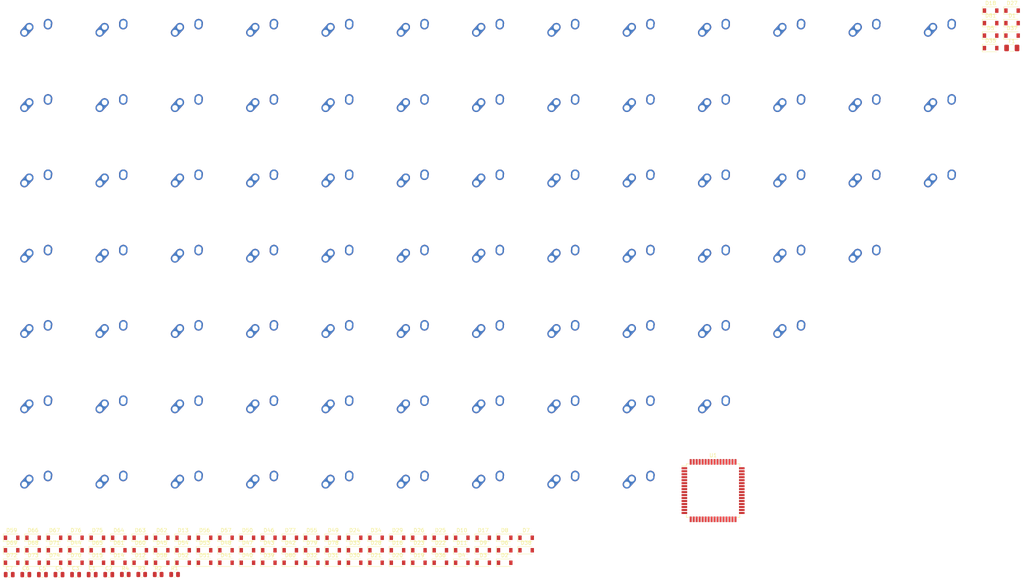
<source format=kicad_pcb>
(kicad_pcb (version 20171130) (host pcbnew "(5.1.10)-1")
  (layers (0 F.Cu signal) (31 B.Cu signal) (34 B.Paste user) (35 F.Paste user) (36 B.SilkS user) (37 F.SilkS user) (38 B.Mask user) (39 F.Mask user) (44 Edge.Cuts user))
  (net 0 "")
  (net 1 GND)
  (net 2 "Net-(C1-Pad1)")
  (net 3 +5V)
  (net 4 "Net-(C6-Pad2)")
  (net 5 "Net-(C7-Pad2)")
  (net 6 "Net-(D1-Pad2)")
  (net 7 Row0)
  (net 8 "Net-(D2-Pad2)")
  (net 9 Row1)
  (net 10 "Net-(D3-Pad2)")
  (net 11 Row2)
  (net 12 "Net-(D4-Pad2)")
  (net 13 Row5)
  (net 14 "Net-(D5-Pad2)")
  (net 15 Row3)
  (net 16 "Net-(D6-Pad2)")
  (net 17 Row4)
  (net 18 "Net-(D7-Pad2)")
  (net 19 "Net-(D8-Pad2)")
  (net 20 "Net-(D9-Pad2)")
  (net 21 "Net-(D10-Pad2)")
  (net 22 "Net-(D11-Pad2)")
  (net 23 "Net-(D12-Pad2)")
  (net 24 "Net-(D13-Pad2)")
  (net 25 "Net-(D14-Pad2)")
  (net 26 "Net-(D15-Pad2)")
  (net 27 "Net-(D16-Pad2)")
  (net 28 "Net-(D17-Pad2)")
  (net 29 "Net-(D18-Pad2)")
  (net 30 "Net-(D19-Pad2)")
  (net 31 "Net-(D20-Pad2)")
  (net 32 "Net-(D21-Pad2)")
  (net 33 "Net-(D22-Pad2)")
  (net 34 "Net-(D23-Pad2)")
  (net 35 "Net-(D24-Pad2)")
  (net 36 "Net-(D25-Pad2)")
  (net 37 "Net-(D26-Pad2)")
  (net 38 "Net-(D27-Pad2)")
  (net 39 "Net-(D28-Pad2)")
  (net 40 "Net-(D29-Pad2)")
  (net 41 "Net-(D30-Pad2)")
  (net 42 "Net-(D31-Pad2)")
  (net 43 "Net-(D32-Pad2)")
  (net 44 "Net-(D33-Pad2)")
  (net 45 "Net-(D34-Pad2)")
  (net 46 "Net-(D35-Pad2)")
  (net 47 "Net-(D36-Pad2)")
  (net 48 "Net-(D37-Pad2)")
  (net 49 "Net-(D38-Pad2)")
  (net 50 "Net-(D39-Pad2)")
  (net 51 "Net-(D40-Pad2)")
  (net 52 "Net-(D41-Pad2)")
  (net 53 "Net-(D42-Pad2)")
  (net 54 "Net-(D43-Pad2)")
  (net 55 "Net-(D44-Pad2)")
  (net 56 "Net-(D45-Pad2)")
  (net 57 "Net-(D46-Pad2)")
  (net 58 "Net-(D47-Pad2)")
  (net 59 "Net-(D48-Pad2)")
  (net 60 "Net-(D49-Pad2)")
  (net 61 "Net-(D50-Pad2)")
  (net 62 "Net-(D51-Pad2)")
  (net 63 "Net-(D52-Pad2)")
  (net 64 "Net-(D53-Pad2)")
  (net 65 "Net-(D54-Pad2)")
  (net 66 "Net-(D55-Pad2)")
  (net 67 "Net-(D56-Pad2)")
  (net 68 "Net-(D57-Pad2)")
  (net 69 "Net-(D58-Pad2)")
  (net 70 "Net-(D59-Pad2)")
  (net 71 "Net-(D60-Pad2)")
  (net 72 "Net-(D61-Pad2)")
  (net 73 "Net-(D62-Pad2)")
  (net 74 "Net-(D63-Pad2)")
  (net 75 "Net-(D64-Pad2)")
  (net 76 "Net-(D65-Pad2)")
  (net 77 "Net-(D66-Pad2)")
  (net 78 "Net-(D67-Pad2)")
  (net 79 "Net-(D68-Pad2)")
  (net 80 "Net-(D69-Pad2)")
  (net 81 "Net-(D70-Pad2)")
  (net 82 "Net-(D71-Pad2)")
  (net 83 "Net-(D72-Pad2)")
  (net 84 "Net-(D73-Pad2)")
  (net 85 "Net-(D74-Pad2)")
  (net 86 "Net-(D75-Pad2)")
  (net 87 "Net-(D76-Pad2)")
  (net 88 "Net-(D77-Pad2)")
  (net 89 "Net-(D78-Pad2)")
  (net 90 "Net-(D79-Pad2)")
  (net 91 "Net-(D80-Pad2)")
  (net 92 "Net-(D81-Pad2)")
  (net 93 VCC)
  (net 94 Col7)
  (net 95 Col8)
  (net 96 "Net-(MX/1-Pad1)")
  (net 97 "Net-(MX1-Pad1)")
  (net 98 Col1)
  (net 99 Col2)
  (net 100 Col3)
  (net 101 Col4)
  (net 102 Col5)
  (net 103 Col6)
  (net 104 Col9)
  (net 105 Col11)
  (net 106 Col0)
  (net 107 Col13)
  (net 108 Col10)
  (net 109 Col12)
  (net 110 "Net-(MXP1-Pad1)")
  (net 111 "Net-(MXX2-Pad1)")
  (net 112 "Net-(R1-Pad1)")
  (net 113 D+)
  (net 114 "Net-(R2-Pad1)")
  (net 115 D-)
  (net 116 "Net-(R3-Pad1)")
  (net 117 "Net-(R4-Pad2)")
  (net 118 "Net-(U1-Pad62)")
  (net 119 "Net-(U1-Pad61)")
  (net 120 "Net-(U1-Pad60)")
  (net 121 "Net-(U1-Pad59)")
  (net 122 "Net-(U1-Pad58)")
  (net 123 "Net-(U1-Pad57)")
  (net 124 "Net-(U1-Pad56)")
  (net 125 "Net-(U1-Pad55)")
  (net 126 "Net-(U1-Pad54)")
  (net 127 "Net-(U1-Pad51)")
  (net 128 "Net-(U1-Pad50)")
  (net 129 "Net-(U1-Pad49)")
  (net 130 "Net-(U1-Pad48)")
  (net 131 "Net-(U1-Pad47)")
  (net 132 "Net-(U1-Pad46)")
  (net 133 "Net-(U1-Pad45)")
  (net 134 "Net-(U1-Pad44)")
  (net 135 "Net-(U1-Pad42)")
  (net 136 "Net-(U1-Pad41)")
  (net 137 "Net-(U1-Pad40)")
  (net 138 "Net-(U1-Pad39)")
  (net 139 "Net-(U1-Pad38)")
  (net 140 "Net-(U1-Pad37)")
  (net 141 "Net-(U1-Pad36)")
  (net 142 "Net-(U1-Pad35)")
  (net 143 "Net-(U1-Pad34)")
  (net 144 "Net-(U1-Pad33)")
  (net 145 "Net-(U1-Pad32)")
  (net 146 "Net-(U1-Pad31)")
  (net 147 "Net-(U1-Pad30)")
  (net 148 "Net-(U1-Pad29)")
  (net 149 "Net-(U1-Pad28)")
  (net 150 "Net-(U1-Pad27)")
  (net 151 "Net-(U1-Pad26)")
  (net 152 "Net-(U1-Pad25)")
  (net 153 "Net-(U1-Pad19)")
  (net 154 "Net-(U1-Pad18)")
  (net 155 "Net-(U1-Pad17)")
  (net 156 "Net-(U1-Pad16)")
  (net 157 "Net-(U1-Pad15)")
  (net 158 "Net-(U1-Pad14)")
  (net 159 "Net-(U1-Pad13)")
  (net 160 "Net-(U1-Pad12)")
  (net 161 "Net-(U1-Pad11)")
  (net 162 "Net-(U1-Pad10)")
  (net 163 "Net-(U1-Pad9)")
  (net 164 "Net-(U1-Pad2)")
  (net 165 "Net-(U1-Pad1)")
  (module Package_QFP:TQFP-64_14x14mm_P0.8mm (layer F.Cu) (at 237.05 174.47)
    (fp_text reference U1 (at 0 -9.45) (layer F.SilkS))
    (fp_text value AT90USB1286-AU)
    (pad 64 smd rect (at -6 -7.7 90) (size 1.5 0.55) (layers F.Cu F.Paste F.Mask) (net 3 +5V))
    (pad 63 smd rect (at -5.2 -7.7 90) (size 1.5 0.55) (layers F.Cu F.Paste F.Mask) (net 1 GND))
    (pad 62 smd rect (at -4.4 -7.7 90) (size 1.5 0.55) (layers F.Cu F.Paste F.Mask) (net 118 "Net-(U1-Pad62)"))
    (pad 61 smd rect (at -3.6 -7.7 90) (size 1.5 0.55) (layers F.Cu F.Paste F.Mask) (net 119 "Net-(U1-Pad61)"))
    (pad 60 smd rect (at -2.8 -7.7 90) (size 1.5 0.55) (layers F.Cu F.Paste F.Mask) (net 120 "Net-(U1-Pad60)"))
    (pad 59 smd rect (at -2 -7.7 90) (size 1.5 0.55) (layers F.Cu F.Paste F.Mask) (net 121 "Net-(U1-Pad59)"))
    (pad 58 smd rect (at -1.2 -7.7 90) (size 1.5 0.55) (layers F.Cu F.Paste F.Mask) (net 122 "Net-(U1-Pad58)"))
    (pad 57 smd rect (at -0.4 -7.7 90) (size 1.5 0.55) (layers F.Cu F.Paste F.Mask) (net 123 "Net-(U1-Pad57)"))
    (pad 56 smd rect (at 0.4 -7.7 90) (size 1.5 0.55) (layers F.Cu F.Paste F.Mask) (net 124 "Net-(U1-Pad56)"))
    (pad 55 smd rect (at 1.2 -7.7 90) (size 1.5 0.55) (layers F.Cu F.Paste F.Mask) (net 125 "Net-(U1-Pad55)"))
    (pad 54 smd rect (at 2 -7.7 90) (size 1.5 0.55) (layers F.Cu F.Paste F.Mask) (net 126 "Net-(U1-Pad54)"))
    (pad 53 smd rect (at 2.8 -7.7 90) (size 1.5 0.55) (layers F.Cu F.Paste F.Mask) (net 1 GND))
    (pad 52 smd rect (at 3.6 -7.7 90) (size 1.5 0.55) (layers F.Cu F.Paste F.Mask) (net 3 +5V))
    (pad 51 smd rect (at 4.4 -7.7 90) (size 1.5 0.55) (layers F.Cu F.Paste F.Mask) (net 127 "Net-(U1-Pad51)"))
    (pad 50 smd rect (at 5.2 -7.7 90) (size 1.5 0.55) (layers F.Cu F.Paste F.Mask) (net 128 "Net-(U1-Pad50)"))
    (pad 49 smd rect (at 6 -7.7 90) (size 1.5 0.55) (layers F.Cu F.Paste F.Mask) (net 129 "Net-(U1-Pad49)"))
    (pad 48 smd rect (at 7.7 -6) (size 1.5 0.55) (layers F.Cu F.Paste F.Mask) (net 130 "Net-(U1-Pad48)"))
    (pad 47 smd rect (at 7.7 -5.2) (size 1.5 0.55) (layers F.Cu F.Paste F.Mask) (net 131 "Net-(U1-Pad47)"))
    (pad 46 smd rect (at 7.7 -4.4) (size 1.5 0.55) (layers F.Cu F.Paste F.Mask) (net 132 "Net-(U1-Pad46)"))
    (pad 45 smd rect (at 7.7 -3.6) (size 1.5 0.55) (layers F.Cu F.Paste F.Mask) (net 133 "Net-(U1-Pad45)"))
    (pad 44 smd rect (at 7.7 -2.8) (size 1.5 0.55) (layers F.Cu F.Paste F.Mask) (net 134 "Net-(U1-Pad44)"))
    (pad 43 smd rect (at 7.7 -2) (size 1.5 0.55) (layers F.Cu F.Paste F.Mask) (net 112 "Net-(R1-Pad1)"))
    (pad 42 smd rect (at 7.7 -1.2) (size 1.5 0.55) (layers F.Cu F.Paste F.Mask) (net 135 "Net-(U1-Pad42)"))
    (pad 41 smd rect (at 7.7 -0.4) (size 1.5 0.55) (layers F.Cu F.Paste F.Mask) (net 136 "Net-(U1-Pad41)"))
    (pad 40 smd rect (at 7.7 0.4) (size 1.5 0.55) (layers F.Cu F.Paste F.Mask) (net 137 "Net-(U1-Pad40)"))
    (pad 39 smd rect (at 7.7 1.2) (size 1.5 0.55) (layers F.Cu F.Paste F.Mask) (net 138 "Net-(U1-Pad39)"))
    (pad 38 smd rect (at 7.7 2) (size 1.5 0.55) (layers F.Cu F.Paste F.Mask) (net 139 "Net-(U1-Pad38)"))
    (pad 37 smd rect (at 7.7 2.8) (size 1.5 0.55) (layers F.Cu F.Paste F.Mask) (net 140 "Net-(U1-Pad37)"))
    (pad 36 smd rect (at 7.7 3.6) (size 1.5 0.55) (layers F.Cu F.Paste F.Mask) (net 141 "Net-(U1-Pad36)"))
    (pad 35 smd rect (at 7.7 4.4) (size 1.5 0.55) (layers F.Cu F.Paste F.Mask) (net 142 "Net-(U1-Pad35)"))
    (pad 34 smd rect (at 7.7 5.2) (size 1.5 0.55) (layers F.Cu F.Paste F.Mask) (net 143 "Net-(U1-Pad34)"))
    (pad 33 smd rect (at 7.7 6) (size 1.5 0.55) (layers F.Cu F.Paste F.Mask) (net 144 "Net-(U1-Pad33)"))
    (pad 32 smd rect (at 6 7.7 90) (size 1.5 0.55) (layers F.Cu F.Paste F.Mask) (net 145 "Net-(U1-Pad32)"))
    (pad 31 smd rect (at 5.2 7.7 90) (size 1.5 0.55) (layers F.Cu F.Paste F.Mask) (net 146 "Net-(U1-Pad31)"))
    (pad 30 smd rect (at 4.4 7.7 90) (size 1.5 0.55) (layers F.Cu F.Paste F.Mask) (net 147 "Net-(U1-Pad30)"))
    (pad 29 smd rect (at 3.6 7.7 90) (size 1.5 0.55) (layers F.Cu F.Paste F.Mask) (net 148 "Net-(U1-Pad29)"))
    (pad 28 smd rect (at 2.8 7.7 90) (size 1.5 0.55) (layers F.Cu F.Paste F.Mask) (net 149 "Net-(U1-Pad28)"))
    (pad 27 smd rect (at 2 7.7 90) (size 1.5 0.55) (layers F.Cu F.Paste F.Mask) (net 150 "Net-(U1-Pad27)"))
    (pad 26 smd rect (at 1.2 7.7 90) (size 1.5 0.55) (layers F.Cu F.Paste F.Mask) (net 151 "Net-(U1-Pad26)"))
    (pad 25 smd rect (at 0.4 7.7 90) (size 1.5 0.55) (layers F.Cu F.Paste F.Mask) (net 152 "Net-(U1-Pad25)"))
    (pad 24 smd rect (at -0.4 7.7 90) (size 1.5 0.55) (layers F.Cu F.Paste F.Mask) (net 4 "Net-(C6-Pad2)"))
    (pad 23 smd rect (at -1.2 7.7 90) (size 1.5 0.55) (layers F.Cu F.Paste F.Mask) (net 5 "Net-(C7-Pad2)"))
    (pad 22 smd rect (at -2 7.7 90) (size 1.5 0.55) (layers F.Cu F.Paste F.Mask) (net 1 GND))
    (pad 21 smd rect (at -2.8 7.7 90) (size 1.5 0.55) (layers F.Cu F.Paste F.Mask) (net 3 +5V))
    (pad 20 smd rect (at -3.6 7.7 90) (size 1.5 0.55) (layers F.Cu F.Paste F.Mask) (net 117 "Net-(R4-Pad2)"))
    (pad 19 smd rect (at -4.4 7.7 90) (size 1.5 0.55) (layers F.Cu F.Paste F.Mask) (net 153 "Net-(U1-Pad19)"))
    (pad 18 smd rect (at -5.2 7.7 90) (size 1.5 0.55) (layers F.Cu F.Paste F.Mask) (net 154 "Net-(U1-Pad18)"))
    (pad 17 smd rect (at -6 7.7 90) (size 1.5 0.55) (layers F.Cu F.Paste F.Mask) (net 155 "Net-(U1-Pad17)"))
    (pad 16 smd rect (at -7.7 6) (size 1.5 0.55) (layers F.Cu F.Paste F.Mask) (net 156 "Net-(U1-Pad16)"))
    (pad 15 smd rect (at -7.7 5.2) (size 1.5 0.55) (layers F.Cu F.Paste F.Mask) (net 157 "Net-(U1-Pad15)"))
    (pad 14 smd rect (at -7.7 4.4) (size 1.5 0.55) (layers F.Cu F.Paste F.Mask) (net 158 "Net-(U1-Pad14)"))
    (pad 13 smd rect (at -7.7 3.6) (size 1.5 0.55) (layers F.Cu F.Paste F.Mask) (net 159 "Net-(U1-Pad13)"))
    (pad 12 smd rect (at -7.7 2.8) (size 1.5 0.55) (layers F.Cu F.Paste F.Mask) (net 160 "Net-(U1-Pad12)"))
    (pad 11 smd rect (at -7.7 2) (size 1.5 0.55) (layers F.Cu F.Paste F.Mask) (net 161 "Net-(U1-Pad11)"))
    (pad 10 smd rect (at -7.7 1.2) (size 1.5 0.55) (layers F.Cu F.Paste F.Mask) (net 162 "Net-(U1-Pad10)"))
    (pad 9 smd rect (at -7.7 0.4) (size 1.5 0.55) (layers F.Cu F.Paste F.Mask) (net 163 "Net-(U1-Pad9)"))
    (pad 8 smd rect (at -7.7 -0.4) (size 1.5 0.55) (layers F.Cu F.Paste F.Mask) (net 3 +5V))
    (pad 7 smd rect (at -7.7 -1.2) (size 1.5 0.55) (layers F.Cu F.Paste F.Mask) (net 2 "Net-(C1-Pad1)"))
    (pad 6 smd rect (at -7.7 -2) (size 1.5 0.55) (layers F.Cu F.Paste F.Mask) (net 1 GND))
    (pad 5 smd rect (at -7.7 -2.8) (size 1.5 0.55) (layers F.Cu F.Paste F.Mask) (net 114 "Net-(R2-Pad1)"))
    (pad 4 smd rect (at -7.7 -3.6) (size 1.5 0.55) (layers F.Cu F.Paste F.Mask) (net 116 "Net-(R3-Pad1)"))
    (pad 3 smd rect (at -7.7 -4.4) (size 1.5 0.55) (layers F.Cu F.Paste F.Mask) (net 3 +5V))
    (pad 2 smd rect (at -7.7 -5.2) (size 1.5 0.55) (layers F.Cu F.Paste F.Mask) (net 164 "Net-(U1-Pad2)"))
    (pad 1 smd rect (at -7.7 -6) (size 1.5 0.55) (layers F.Cu F.Paste F.Mask) (net 165 "Net-(U1-Pad1)"))
  )
  (module Resistor_SMD:R_0805_2012Metric (layer F.Cu) (at 79.38 196.97)
    (fp_text reference R4 (at 0 -1.65) (layer F.SilkS))
    (fp_text value 10k)
    (pad 2 smd roundrect (at 0.9125 0) (size 1.025 1.4) (layers F.Cu F.Paste F.Mask) (roundrect_rratio 0.243902) (net 117 "Net-(R4-Pad2)"))
    (pad 1 smd roundrect (at -0.9125 0) (size 1.025 1.4) (layers F.Cu F.Paste F.Mask) (roundrect_rratio 0.243902) (net 3 +5V))
  )
  (module Resistor_SMD:R_0805_2012Metric (layer F.Cu) (at 83.79 196.97)
    (fp_text reference R3 (at 0 -1.65) (layer F.SilkS))
    (fp_text value 22)
    (pad 2 smd roundrect (at 0.9125 0) (size 1.025 1.4) (layers F.Cu F.Paste F.Mask) (roundrect_rratio 0.243902) (net 115 D-))
    (pad 1 smd roundrect (at -0.9125 0) (size 1.025 1.4) (layers F.Cu F.Paste F.Mask) (roundrect_rratio 0.243902) (net 116 "Net-(R3-Pad1)"))
  )
  (module Resistor_SMD:R_0805_2012Metric (layer F.Cu) (at 88.2 196.97)
    (fp_text reference R2 (at 0 -1.65) (layer F.SilkS))
    (fp_text value 22)
    (pad 2 smd roundrect (at 0.9125 0) (size 1.025 1.4) (layers F.Cu F.Paste F.Mask) (roundrect_rratio 0.243902) (net 113 D+))
    (pad 1 smd roundrect (at -0.9125 0) (size 1.025 1.4) (layers F.Cu F.Paste F.Mask) (roundrect_rratio 0.243902) (net 114 "Net-(R2-Pad1)"))
  )
  (module Resistor_SMD:R_0805_2012Metric (layer F.Cu) (at 92.61 196.97)
    (fp_text reference R1 (at 0 -1.65) (layer F.SilkS))
    (fp_text value 10k)
    (pad 2 smd roundrect (at 0.9125 0) (size 1.025 1.4) (layers F.Cu F.Paste F.Mask) (roundrect_rratio 0.243902) (net 1 GND))
    (pad 1 smd roundrect (at -0.9125 0) (size 1.025 1.4) (layers F.Cu F.Paste F.Mask) (roundrect_rratio 0.243902) (net 112 "Net-(R1-Pad1)"))
  )
  (module MX_Alps_Hybrid:MX-1U-NoLED (layer F.Cu) (at 76.325 54.145)
    (fp_text reference MX~1)
    (fp_text value MX-NoLED)
    (pad "" np_thru_hole circle (at 5.08 0 48.0996) (size 1.75 1.75) (drill 1.75) (layers *.Cu *.Mask))
    (pad "" np_thru_hole circle (at -5.08 0 48.0996) (size 1.75 1.75) (drill 1.75) (layers *.Cu *.Mask))
    (pad 1 thru_hole circle (at -2.5 -4) (size 2.25 2.25) (drill 1.47) (layers *.Cu B.Mask) (net 106 Col0))
    (pad "" np_thru_hole circle (at 0 0) (size 3.9878 3.9878) (drill 3.9878) (layers *.Cu *.Mask))
    (pad 1 thru_hole oval (at -3.81 -2.54 48.0996) (size 4.211556 2.25) (drill 1.47 (offset 0.980778 0)) (layers *.Cu B.Mask) (net 106 Col0))
    (pad 2 thru_hole circle (at 2.54 -5.08) (size 2.25 2.25) (drill 1.47) (layers *.Cu B.Mask) (net 8 "Net-(D2-Pad2)"))
    (pad 2 thru_hole oval (at 2.5 -4.5 86.0548) (size 2.831378 2.25) (drill 1.47 (offset 0.290689 0)) (layers *.Cu B.Mask) (net 8 "Net-(D2-Pad2)"))
  )
  (module MX_Alps_Hybrid:MX-1U-NoLED (layer F.Cu) (at 56.125 94.545)
    (fp_text reference MXZ2)
    (fp_text value MX-NoLED)
    (pad "" np_thru_hole circle (at 5.08 0 48.0996) (size 1.75 1.75) (drill 1.75) (layers *.Cu *.Mask))
    (pad "" np_thru_hole circle (at -5.08 0 48.0996) (size 1.75 1.75) (drill 1.75) (layers *.Cu *.Mask))
    (pad 1 thru_hole circle (at -2.5 -4) (size 2.25 2.25) (drill 1.47) (layers *.Cu B.Mask) (net 98 Col1))
    (pad "" np_thru_hole circle (at 0 0) (size 3.9878 3.9878) (drill 3.9878) (layers *.Cu *.Mask))
    (pad 1 thru_hole oval (at -3.81 -2.54 48.0996) (size 4.211556 2.25) (drill 1.47 (offset 0.980778 0)) (layers *.Cu B.Mask) (net 98 Col1))
    (pad 2 thru_hole circle (at 2.54 -5.08) (size 2.25 2.25) (drill 1.47) (layers *.Cu B.Mask) (net 25 "Net-(D14-Pad2)"))
    (pad 2 thru_hole oval (at 2.5 -4.5 86.0548) (size 2.831378 2.25) (drill 1.47 (offset 0.290689 0)) (layers *.Cu B.Mask) (net 25 "Net-(D14-Pad2)"))
  )
  (module MX_Alps_Hybrid:MX-1U-NoLED (layer F.Cu) (at 76.325 74.345)
    (fp_text reference MXZ1)
    (fp_text value MX-NoLED)
    (pad "" np_thru_hole circle (at 5.08 0 48.0996) (size 1.75 1.75) (drill 1.75) (layers *.Cu *.Mask))
    (pad "" np_thru_hole circle (at -5.08 0 48.0996) (size 1.75 1.75) (drill 1.75) (layers *.Cu *.Mask))
    (pad 1 thru_hole circle (at -2.5 -4) (size 2.25 2.25) (drill 1.47) (layers *.Cu B.Mask) (net 97 "Net-(MX1-Pad1)"))
    (pad "" np_thru_hole circle (at 0 0) (size 3.9878 3.9878) (drill 3.9878) (layers *.Cu *.Mask))
    (pad 1 thru_hole oval (at -3.81 -2.54 48.0996) (size 4.211556 2.25) (drill 1.47 (offset 0.980778 0)) (layers *.Cu B.Mask) (net 97 "Net-(MX1-Pad1)"))
    (pad 2 thru_hole circle (at 2.54 -5.08) (size 2.25 2.25) (drill 1.47) (layers *.Cu B.Mask) (net 20 "Net-(D9-Pad2)"))
    (pad 2 thru_hole oval (at 2.5 -4.5 86.0548) (size 2.831378 2.25) (drill 1.47 (offset 0.290689 0)) (layers *.Cu B.Mask) (net 20 "Net-(D9-Pad2)"))
  )
  (module MX_Alps_Hybrid:MX-1U-NoLED (layer F.Cu) (at 96.525 54.145)
    (fp_text reference MXY1)
    (fp_text value MX-NoLED)
    (pad "" np_thru_hole circle (at 5.08 0 48.0996) (size 1.75 1.75) (drill 1.75) (layers *.Cu *.Mask))
    (pad "" np_thru_hole circle (at -5.08 0 48.0996) (size 1.75 1.75) (drill 1.75) (layers *.Cu *.Mask))
    (pad 1 thru_hole circle (at -2.5 -4) (size 2.25 2.25) (drill 1.47) (layers *.Cu B.Mask) (net 102 Col5))
    (pad "" np_thru_hole circle (at 0 0) (size 3.9878 3.9878) (drill 3.9878) (layers *.Cu *.Mask))
    (pad 1 thru_hole oval (at -3.81 -2.54 48.0996) (size 4.211556 2.25) (drill 1.47 (offset 0.980778 0)) (layers *.Cu B.Mask) (net 102 Col5))
    (pad 2 thru_hole circle (at 2.54 -5.08) (size 2.25 2.25) (drill 1.47) (layers *.Cu B.Mask) (net 45 "Net-(D34-Pad2)"))
    (pad 2 thru_hole oval (at 2.5 -4.5 86.0548) (size 2.831378 2.25) (drill 1.47 (offset 0.290689 0)) (layers *.Cu B.Mask) (net 45 "Net-(D34-Pad2)"))
  )
  (module MX_Alps_Hybrid:MX-1U-NoLED (layer F.Cu) (at 56.125 114.745)
    (fp_text reference MXX2)
    (fp_text value MX-NoLED)
    (pad "" np_thru_hole circle (at 5.08 0 48.0996) (size 1.75 1.75) (drill 1.75) (layers *.Cu *.Mask))
    (pad "" np_thru_hole circle (at -5.08 0 48.0996) (size 1.75 1.75) (drill 1.75) (layers *.Cu *.Mask))
    (pad 1 thru_hole circle (at -2.5 -4) (size 2.25 2.25) (drill 1.47) (layers *.Cu B.Mask) (net 111 "Net-(MXX2-Pad1)"))
    (pad "" np_thru_hole circle (at 0 0) (size 3.9878 3.9878) (drill 3.9878) (layers *.Cu *.Mask))
    (pad 1 thru_hole oval (at -3.81 -2.54 48.0996) (size 4.211556 2.25) (drill 1.47 (offset 0.980778 0)) (layers *.Cu B.Mask) (net 111 "Net-(MXX2-Pad1)"))
    (pad 2 thru_hole circle (at 2.54 -5.08) (size 2.25 2.25) (drill 1.47) (layers *.Cu B.Mask) (net 31 "Net-(D20-Pad2)"))
    (pad 2 thru_hole oval (at 2.5 -4.5 86.0548) (size 2.831378 2.25) (drill 1.47 (offset 0.290689 0)) (layers *.Cu B.Mask) (net 31 "Net-(D20-Pad2)"))
  )
  (module MX_Alps_Hybrid:MX-1U-NoLED (layer F.Cu) (at 116.725 94.545)
    (fp_text reference MXX1)
    (fp_text value MX-NoLED)
    (pad "" np_thru_hole circle (at 5.08 0 48.0996) (size 1.75 1.75) (drill 1.75) (layers *.Cu *.Mask))
    (pad "" np_thru_hole circle (at -5.08 0 48.0996) (size 1.75 1.75) (drill 1.75) (layers *.Cu *.Mask))
    (pad 1 thru_hole circle (at -2.5 -4) (size 2.25 2.25) (drill 1.47) (layers *.Cu B.Mask) (net 98 Col1))
    (pad "" np_thru_hole circle (at 0 0) (size 3.9878 3.9878) (drill 3.9878) (layers *.Cu *.Mask))
    (pad 1 thru_hole oval (at -3.81 -2.54 48.0996) (size 4.211556 2.25) (drill 1.47 (offset 0.980778 0)) (layers *.Cu B.Mask) (net 98 Col1))
    (pad 2 thru_hole circle (at 2.54 -5.08) (size 2.25 2.25) (drill 1.47) (layers *.Cu B.Mask) (net 26 "Net-(D15-Pad2)"))
    (pad 2 thru_hole oval (at 2.5 -4.5 86.0548) (size 2.831378 2.25) (drill 1.47 (offset 0.290689 0)) (layers *.Cu B.Mask) (net 26 "Net-(D15-Pad2)"))
  )
  (module MX_Alps_Hybrid:MX-1U-NoLED (layer F.Cu) (at 96.525 74.345)
    (fp_text reference MXW1)
    (fp_text value MX-NoLED)
    (pad "" np_thru_hole circle (at 5.08 0 48.0996) (size 1.75 1.75) (drill 1.75) (layers *.Cu *.Mask))
    (pad "" np_thru_hole circle (at -5.08 0 48.0996) (size 1.75 1.75) (drill 1.75) (layers *.Cu *.Mask))
    (pad 1 thru_hole circle (at -2.5 -4) (size 2.25 2.25) (drill 1.47) (layers *.Cu B.Mask) (net 98 Col1))
    (pad "" np_thru_hole circle (at 0 0) (size 3.9878 3.9878) (drill 3.9878) (layers *.Cu *.Mask))
    (pad 1 thru_hole oval (at -3.81 -2.54 48.0996) (size 4.211556 2.25) (drill 1.47 (offset 0.980778 0)) (layers *.Cu B.Mask) (net 98 Col1))
    (pad 2 thru_hole circle (at 2.54 -5.08) (size 2.25 2.25) (drill 1.47) (layers *.Cu B.Mask) (net 24 "Net-(D13-Pad2)"))
    (pad 2 thru_hole oval (at 2.5 -4.5 86.0548) (size 2.831378 2.25) (drill 1.47 (offset 0.290689 0)) (layers *.Cu B.Mask) (net 24 "Net-(D13-Pad2)"))
  )
  (module MX_Alps_Hybrid:MX-1U-NoLED (layer F.Cu) (at 116.725 54.145)
    (fp_text reference MXV1)
    (fp_text value MX-NoLED)
    (pad "" np_thru_hole circle (at 5.08 0 48.0996) (size 1.75 1.75) (drill 1.75) (layers *.Cu *.Mask))
    (pad "" np_thru_hole circle (at -5.08 0 48.0996) (size 1.75 1.75) (drill 1.75) (layers *.Cu *.Mask))
    (pad 1 thru_hole circle (at -2.5 -4) (size 2.25 2.25) (drill 1.47) (layers *.Cu B.Mask) (net 100 Col3))
    (pad "" np_thru_hole circle (at 0 0) (size 3.9878 3.9878) (drill 3.9878) (layers *.Cu *.Mask))
    (pad 1 thru_hole oval (at -3.81 -2.54 48.0996) (size 4.211556 2.25) (drill 1.47 (offset 0.980778 0)) (layers *.Cu B.Mask) (net 100 Col3))
    (pad 2 thru_hole circle (at 2.54 -5.08) (size 2.25 2.25) (drill 1.47) (layers *.Cu B.Mask) (net 41 "Net-(D30-Pad2)"))
    (pad 2 thru_hole oval (at 2.5 -4.5 86.0548) (size 2.831378 2.25) (drill 1.47 (offset 0.290689 0)) (layers *.Cu B.Mask) (net 41 "Net-(D30-Pad2)"))
  )
  (module MX_Alps_Hybrid:MX-1U-NoLED (layer F.Cu) (at 56.125 134.945)
    (fp_text reference MXU1)
    (fp_text value MX-NoLED)
    (pad "" np_thru_hole circle (at 5.08 0 48.0996) (size 1.75 1.75) (drill 1.75) (layers *.Cu *.Mask))
    (pad "" np_thru_hole circle (at -5.08 0 48.0996) (size 1.75 1.75) (drill 1.75) (layers *.Cu *.Mask))
    (pad 1 thru_hole circle (at -2.5 -4) (size 2.25 2.25) (drill 1.47) (layers *.Cu B.Mask) (net 103 Col6))
    (pad "" np_thru_hole circle (at 0 0) (size 3.9878 3.9878) (drill 3.9878) (layers *.Cu *.Mask))
    (pad 1 thru_hole oval (at -3.81 -2.54 48.0996) (size 4.211556 2.25) (drill 1.47 (offset 0.980778 0)) (layers *.Cu B.Mask) (net 103 Col6))
    (pad 2 thru_hole circle (at 2.54 -5.08) (size 2.25 2.25) (drill 1.47) (layers *.Cu B.Mask) (net 50 "Net-(D39-Pad2)"))
    (pad 2 thru_hole oval (at 2.5 -4.5 86.0548) (size 2.831378 2.25) (drill 1.47 (offset 0.290689 0)) (layers *.Cu B.Mask) (net 50 "Net-(D39-Pad2)"))
  )
  (module MX_Alps_Hybrid:MX-1U-NoLED (layer F.Cu) (at 56.125 54.145)
    (fp_text reference MXT1)
    (fp_text value MX-NoLED)
    (pad "" np_thru_hole circle (at 5.08 0 48.0996) (size 1.75 1.75) (drill 1.75) (layers *.Cu *.Mask))
    (pad "" np_thru_hole circle (at -5.08 0 48.0996) (size 1.75 1.75) (drill 1.75) (layers *.Cu *.Mask))
    (pad 1 thru_hole circle (at -2.5 -4) (size 2.25 2.25) (drill 1.47) (layers *.Cu B.Mask) (net 101 Col4))
    (pad "" np_thru_hole circle (at 0 0) (size 3.9878 3.9878) (drill 3.9878) (layers *.Cu *.Mask))
    (pad 1 thru_hole oval (at -3.81 -2.54 48.0996) (size 4.211556 2.25) (drill 1.47 (offset 0.980778 0)) (layers *.Cu B.Mask) (net 101 Col4))
    (pad 2 thru_hole circle (at 2.54 -5.08) (size 2.25 2.25) (drill 1.47) (layers *.Cu B.Mask) (net 40 "Net-(D29-Pad2)"))
    (pad 2 thru_hole oval (at 2.5 -4.5 86.0548) (size 2.831378 2.25) (drill 1.47 (offset 0.290689 0)) (layers *.Cu B.Mask) (net 40 "Net-(D29-Pad2)"))
  )
  (module MX_Alps_Hybrid:MX-1U-NoLED (layer F.Cu) (at 96.525 94.545)
    (fp_text reference MXS1)
    (fp_text value MX-NoLED)
    (pad "" np_thru_hole circle (at 5.08 0 48.0996) (size 1.75 1.75) (drill 1.75) (layers *.Cu *.Mask))
    (pad "" np_thru_hole circle (at -5.08 0 48.0996) (size 1.75 1.75) (drill 1.75) (layers *.Cu *.Mask))
    (pad 1 thru_hole circle (at -2.5 -4) (size 2.25 2.25) (drill 1.47) (layers *.Cu B.Mask) (net 98 Col1))
    (pad "" np_thru_hole circle (at 0 0) (size 3.9878 3.9878) (drill 3.9878) (layers *.Cu *.Mask))
    (pad 1 thru_hole oval (at -3.81 -2.54 48.0996) (size 4.211556 2.25) (drill 1.47 (offset 0.980778 0)) (layers *.Cu B.Mask) (net 98 Col1))
    (pad 2 thru_hole circle (at 2.54 -5.08) (size 2.25 2.25) (drill 1.47) (layers *.Cu B.Mask) (net 27 "Net-(D16-Pad2)"))
    (pad 2 thru_hole oval (at 2.5 -4.5 86.0548) (size 2.831378 2.25) (drill 1.47 (offset 0.290689 0)) (layers *.Cu B.Mask) (net 27 "Net-(D16-Pad2)"))
  )
  (module MX_Alps_Hybrid:MX-1U-NoLED (layer F.Cu) (at 116.725 74.345)
    (fp_text reference MXR1)
    (fp_text value MX-NoLED)
    (pad "" np_thru_hole circle (at 5.08 0 48.0996) (size 1.75 1.75) (drill 1.75) (layers *.Cu *.Mask))
    (pad "" np_thru_hole circle (at -5.08 0 48.0996) (size 1.75 1.75) (drill 1.75) (layers *.Cu *.Mask))
    (pad 1 thru_hole circle (at -2.5 -4) (size 2.25 2.25) (drill 1.47) (layers *.Cu B.Mask) (net 100 Col3))
    (pad "" np_thru_hole circle (at 0 0) (size 3.9878 3.9878) (drill 3.9878) (layers *.Cu *.Mask))
    (pad 1 thru_hole oval (at -3.81 -2.54 48.0996) (size 4.211556 2.25) (drill 1.47 (offset 0.980778 0)) (layers *.Cu B.Mask) (net 100 Col3))
    (pad 2 thru_hole circle (at 2.54 -5.08) (size 2.25 2.25) (drill 1.47) (layers *.Cu B.Mask) (net 35 "Net-(D24-Pad2)"))
    (pad 2 thru_hole oval (at 2.5 -4.5 86.0548) (size 2.831378 2.25) (drill 1.47 (offset 0.290689 0)) (layers *.Cu B.Mask) (net 35 "Net-(D24-Pad2)"))
  )
  (module MX_Alps_Hybrid:MX-1U-NoLED (layer F.Cu) (at 136.925 54.145)
    (fp_text reference MXQ1)
    (fp_text value MX-NoLED)
    (pad "" np_thru_hole circle (at 5.08 0 48.0996) (size 1.75 1.75) (drill 1.75) (layers *.Cu *.Mask))
    (pad "" np_thru_hole circle (at -5.08 0 48.0996) (size 1.75 1.75) (drill 1.75) (layers *.Cu *.Mask))
    (pad 1 thru_hole circle (at -2.5 -4) (size 2.25 2.25) (drill 1.47) (layers *.Cu B.Mask) (net 97 "Net-(MX1-Pad1)"))
    (pad "" np_thru_hole circle (at 0 0) (size 3.9878 3.9878) (drill 3.9878) (layers *.Cu *.Mask))
    (pad 1 thru_hole oval (at -3.81 -2.54 48.0996) (size 4.211556 2.25) (drill 1.47 (offset 0.980778 0)) (layers *.Cu B.Mask) (net 97 "Net-(MX1-Pad1)"))
    (pad 2 thru_hole circle (at 2.54 -5.08) (size 2.25 2.25) (drill 1.47) (layers *.Cu B.Mask) (net 19 "Net-(D8-Pad2)"))
    (pad 2 thru_hole oval (at 2.5 -4.5 86.0548) (size 2.831378 2.25) (drill 1.47 (offset 0.290689 0)) (layers *.Cu B.Mask) (net 19 "Net-(D8-Pad2)"))
  )
  (module MX_Alps_Hybrid:MX-1U-NoLED (layer F.Cu) (at 56.125 155.145)
    (fp_text reference MXP1)
    (fp_text value MX-NoLED)
    (pad "" np_thru_hole circle (at 5.08 0 48.0996) (size 1.75 1.75) (drill 1.75) (layers *.Cu *.Mask))
    (pad "" np_thru_hole circle (at -5.08 0 48.0996) (size 1.75 1.75) (drill 1.75) (layers *.Cu *.Mask))
    (pad 1 thru_hole circle (at -2.5 -4) (size 2.25 2.25) (drill 1.47) (layers *.Cu B.Mask) (net 110 "Net-(MXP1-Pad1)"))
    (pad "" np_thru_hole circle (at 0 0) (size 3.9878 3.9878) (drill 3.9878) (layers *.Cu *.Mask))
    (pad 1 thru_hole oval (at -3.81 -2.54 48.0996) (size 4.211556 2.25) (drill 1.47 (offset 0.980778 0)) (layers *.Cu B.Mask) (net 110 "Net-(MXP1-Pad1)"))
    (pad 2 thru_hole circle (at 2.54 -5.08) (size 2.25 2.25) (drill 1.47) (layers *.Cu B.Mask) (net 66 "Net-(D55-Pad2)"))
    (pad 2 thru_hole oval (at 2.5 -4.5 86.0548) (size 2.831378 2.25) (drill 1.47 (offset 0.290689 0)) (layers *.Cu B.Mask) (net 66 "Net-(D55-Pad2)"))
  )
  (module MX_Alps_Hybrid:MX-1U-NoLED (layer F.Cu) (at 76.325 134.945)
    (fp_text reference MXO1)
    (fp_text value MX-NoLED)
    (pad "" np_thru_hole circle (at 5.08 0 48.0996) (size 1.75 1.75) (drill 1.75) (layers *.Cu *.Mask))
    (pad "" np_thru_hole circle (at -5.08 0 48.0996) (size 1.75 1.75) (drill 1.75) (layers *.Cu *.Mask))
    (pad 1 thru_hole circle (at -2.5 -4) (size 2.25 2.25) (drill 1.47) (layers *.Cu B.Mask) (net 95 Col8))
    (pad "" np_thru_hole circle (at 0 0) (size 3.9878 3.9878) (drill 3.9878) (layers *.Cu *.Mask))
    (pad 1 thru_hole oval (at -3.81 -2.54 48.0996) (size 4.211556 2.25) (drill 1.47 (offset 0.980778 0)) (layers *.Cu B.Mask) (net 95 Col8))
    (pad 2 thru_hole circle (at 2.54 -5.08) (size 2.25 2.25) (drill 1.47) (layers *.Cu B.Mask) (net 60 "Net-(D49-Pad2)"))
    (pad 2 thru_hole oval (at 2.5 -4.5 86.0548) (size 2.831378 2.25) (drill 1.47 (offset 0.290689 0)) (layers *.Cu B.Mask) (net 60 "Net-(D49-Pad2)"))
  )
  (module MX_Alps_Hybrid:MX-1U-NoLED (layer F.Cu) (at 96.525 114.745)
    (fp_text reference MXN1)
    (fp_text value MX-NoLED)
    (pad "" np_thru_hole circle (at 5.08 0 48.0996) (size 1.75 1.75) (drill 1.75) (layers *.Cu *.Mask))
    (pad "" np_thru_hole circle (at -5.08 0 48.0996) (size 1.75 1.75) (drill 1.75) (layers *.Cu *.Mask))
    (pad 1 thru_hole circle (at -2.5 -4) (size 2.25 2.25) (drill 1.47) (layers *.Cu B.Mask) (net 102 Col5))
    (pad "" np_thru_hole circle (at 0 0) (size 3.9878 3.9878) (drill 3.9878) (layers *.Cu *.Mask))
    (pad 1 thru_hole oval (at -3.81 -2.54 48.0996) (size 4.211556 2.25) (drill 1.47 (offset 0.980778 0)) (layers *.Cu B.Mask) (net 102 Col5))
    (pad 2 thru_hole circle (at 2.54 -5.08) (size 2.25 2.25) (drill 1.47) (layers *.Cu B.Mask) (net 51 "Net-(D40-Pad2)"))
    (pad 2 thru_hole oval (at 2.5 -4.5 86.0548) (size 2.831378 2.25) (drill 1.47 (offset 0.290689 0)) (layers *.Cu B.Mask) (net 51 "Net-(D40-Pad2)"))
  )
  (module MX_Alps_Hybrid:MX-1U-NoLED (layer F.Cu) (at 76.325 94.545)
    (fp_text reference MXM2)
    (fp_text value MX-NoLED)
    (pad "" np_thru_hole circle (at 5.08 0 48.0996) (size 1.75 1.75) (drill 1.75) (layers *.Cu *.Mask))
    (pad "" np_thru_hole circle (at -5.08 0 48.0996) (size 1.75 1.75) (drill 1.75) (layers *.Cu *.Mask))
    (pad 1 thru_hole circle (at -2.5 -4) (size 2.25 2.25) (drill 1.47) (layers *.Cu B.Mask) (net 94 Col7))
    (pad "" np_thru_hole circle (at 0 0) (size 3.9878 3.9878) (drill 3.9878) (layers *.Cu *.Mask))
    (pad 1 thru_hole oval (at -3.81 -2.54 48.0996) (size 4.211556 2.25) (drill 1.47 (offset 0.980778 0)) (layers *.Cu B.Mask) (net 94 Col7))
    (pad 2 thru_hole circle (at 2.54 -5.08) (size 2.25 2.25) (drill 1.47) (layers *.Cu B.Mask) (net 63 "Net-(D52-Pad2)"))
    (pad 2 thru_hole oval (at 2.5 -4.5 86.0548) (size 2.831378 2.25) (drill 1.47 (offset 0.290689 0)) (layers *.Cu B.Mask) (net 63 "Net-(D52-Pad2)"))
  )
  (module MX_Alps_Hybrid:MX-1U-NoLED (layer F.Cu) (at 76.325 155.145)
    (fp_text reference MXM1)
    (fp_text value MX-NoLED)
    (pad "" np_thru_hole circle (at 5.08 0 48.0996) (size 1.75 1.75) (drill 1.75) (layers *.Cu *.Mask))
    (pad "" np_thru_hole circle (at -5.08 0 48.0996) (size 1.75 1.75) (drill 1.75) (layers *.Cu *.Mask))
    (pad 1 thru_hole circle (at -2.5 -4) (size 2.25 2.25) (drill 1.47) (layers *.Cu B.Mask) (net 103 Col6))
    (pad "" np_thru_hole circle (at 0 0) (size 3.9878 3.9878) (drill 3.9878) (layers *.Cu *.Mask))
    (pad 1 thru_hole oval (at -3.81 -2.54 48.0996) (size 4.211556 2.25) (drill 1.47 (offset 0.980778 0)) (layers *.Cu B.Mask) (net 103 Col6))
    (pad 2 thru_hole circle (at 2.54 -5.08) (size 2.25 2.25) (drill 1.47) (layers *.Cu B.Mask) (net 56 "Net-(D45-Pad2)"))
    (pad 2 thru_hole oval (at 2.5 -4.5 86.0548) (size 2.831378 2.25) (drill 1.47 (offset 0.290689 0)) (layers *.Cu B.Mask) (net 56 "Net-(D45-Pad2)"))
  )
  (module MX_Alps_Hybrid:MX-1U-NoLED (layer F.Cu) (at 96.525 134.945)
    (fp_text reference MXL1)
    (fp_text value MX-NoLED)
    (pad "" np_thru_hole circle (at 5.08 0 48.0996) (size 1.75 1.75) (drill 1.75) (layers *.Cu *.Mask))
    (pad "" np_thru_hole circle (at -5.08 0 48.0996) (size 1.75 1.75) (drill 1.75) (layers *.Cu *.Mask))
    (pad 1 thru_hole circle (at -2.5 -4) (size 2.25 2.25) (drill 1.47) (layers *.Cu B.Mask) (net 95 Col8))
    (pad "" np_thru_hole circle (at 0 0) (size 3.9878 3.9878) (drill 3.9878) (layers *.Cu *.Mask))
    (pad 1 thru_hole oval (at -3.81 -2.54 48.0996) (size 4.211556 2.25) (drill 1.47 (offset 0.980778 0)) (layers *.Cu B.Mask) (net 95 Col8))
    (pad 2 thru_hole circle (at 2.54 -5.08) (size 2.25 2.25) (drill 1.47) (layers *.Cu B.Mask) (net 64 "Net-(D53-Pad2)"))
    (pad 2 thru_hole oval (at 2.5 -4.5 86.0548) (size 2.831378 2.25) (drill 1.47 (offset 0.290689 0)) (layers *.Cu B.Mask) (net 64 "Net-(D53-Pad2)"))
  )
  (module MX_Alps_Hybrid:MX-1U-NoLED (layer F.Cu) (at 116.725 114.745)
    (fp_text reference MXL.2)
    (fp_text value MX-NoLED)
    (pad "" np_thru_hole circle (at 5.08 0 48.0996) (size 1.75 1.75) (drill 1.75) (layers *.Cu *.Mask))
    (pad "" np_thru_hole circle (at -5.08 0 48.0996) (size 1.75 1.75) (drill 1.75) (layers *.Cu *.Mask))
    (pad 1 thru_hole circle (at -2.5 -4) (size 2.25 2.25) (drill 1.47) (layers *.Cu B.Mask) (net 96 "Net-(MX/1-Pad1)"))
    (pad "" np_thru_hole circle (at 0 0) (size 3.9878 3.9878) (drill 3.9878) (layers *.Cu *.Mask))
    (pad 1 thru_hole oval (at -3.81 -2.54 48.0996) (size 4.211556 2.25) (drill 1.47 (offset 0.980778 0)) (layers *.Cu B.Mask) (net 96 "Net-(MX/1-Pad1)"))
    (pad 2 thru_hole circle (at 2.54 -5.08) (size 2.25 2.25) (drill 1.47) (layers *.Cu B.Mask) (net 78 "Net-(D67-Pad2)"))
    (pad 2 thru_hole oval (at 2.5 -4.5 86.0548) (size 2.831378 2.25) (drill 1.47 (offset 0.290689 0)) (layers *.Cu B.Mask) (net 78 "Net-(D67-Pad2)"))
  )
  (module MX_Alps_Hybrid:MX-1U-NoLED (layer F.Cu) (at 136.925 94.545)
    (fp_text reference MXL.1)
    (fp_text value MX-NoLED)
    (pad "" np_thru_hole circle (at 5.08 0 48.0996) (size 1.75 1.75) (drill 1.75) (layers *.Cu *.Mask))
    (pad "" np_thru_hole circle (at -5.08 0 48.0996) (size 1.75 1.75) (drill 1.75) (layers *.Cu *.Mask))
    (pad 1 thru_hole circle (at -2.5 -4) (size 2.25 2.25) (drill 1.47) (layers *.Cu B.Mask) (net 95 Col8))
    (pad "" np_thru_hole circle (at 0 0) (size 3.9878 3.9878) (drill 3.9878) (layers *.Cu *.Mask))
    (pad 1 thru_hole oval (at -3.81 -2.54 48.0996) (size 4.211556 2.25) (drill 1.47 (offset 0.980778 0)) (layers *.Cu B.Mask) (net 95 Col8))
    (pad 2 thru_hole circle (at 2.54 -5.08) (size 2.25 2.25) (drill 1.47) (layers *.Cu B.Mask) (net 67 "Net-(D56-Pad2)"))
    (pad 2 thru_hole oval (at 2.5 -4.5 86.0548) (size 2.831378 2.25) (drill 1.47 (offset 0.290689 0)) (layers *.Cu B.Mask) (net 67 "Net-(D56-Pad2)"))
  )
  (module MX_Alps_Hybrid:MX-1U-NoLED (layer F.Cu) (at 157.125 74.345)
    (fp_text reference MXK1)
    (fp_text value MX-NoLED)
    (pad "" np_thru_hole circle (at 5.08 0 48.0996) (size 1.75 1.75) (drill 1.75) (layers *.Cu *.Mask))
    (pad "" np_thru_hole circle (at -5.08 0 48.0996) (size 1.75 1.75) (drill 1.75) (layers *.Cu *.Mask))
    (pad 1 thru_hole circle (at -2.5 -4) (size 2.25 2.25) (drill 1.47) (layers *.Cu B.Mask) (net 94 Col7))
    (pad "" np_thru_hole circle (at 0 0) (size 3.9878 3.9878) (drill 3.9878) (layers *.Cu *.Mask))
    (pad 1 thru_hole oval (at -3.81 -2.54 48.0996) (size 4.211556 2.25) (drill 1.47 (offset 0.980778 0)) (layers *.Cu B.Mask) (net 94 Col7))
    (pad 2 thru_hole circle (at 2.54 -5.08) (size 2.25 2.25) (drill 1.47) (layers *.Cu B.Mask) (net 58 "Net-(D47-Pad2)"))
    (pad 2 thru_hole oval (at 2.5 -4.5 86.0548) (size 2.831378 2.25) (drill 1.47 (offset 0.290689 0)) (layers *.Cu B.Mask) (net 58 "Net-(D47-Pad2)"))
  )
  (module MX_Alps_Hybrid:MX-1U-NoLED (layer F.Cu) (at 177.325 54.145)
    (fp_text reference MXJ1)
    (fp_text value MX-NoLED)
    (pad "" np_thru_hole circle (at 5.08 0 48.0996) (size 1.75 1.75) (drill 1.75) (layers *.Cu *.Mask))
    (pad "" np_thru_hole circle (at -5.08 0 48.0996) (size 1.75 1.75) (drill 1.75) (layers *.Cu *.Mask))
    (pad 1 thru_hole circle (at -2.5 -4) (size 2.25 2.25) (drill 1.47) (layers *.Cu B.Mask) (net 103 Col6))
    (pad "" np_thru_hole circle (at 0 0) (size 3.9878 3.9878) (drill 3.9878) (layers *.Cu *.Mask))
    (pad 1 thru_hole oval (at -3.81 -2.54 48.0996) (size 4.211556 2.25) (drill 1.47 (offset 0.980778 0)) (layers *.Cu B.Mask) (net 103 Col6))
    (pad 2 thru_hole circle (at 2.54 -5.08) (size 2.25 2.25) (drill 1.47) (layers *.Cu B.Mask) (net 53 "Net-(D42-Pad2)"))
    (pad 2 thru_hole oval (at 2.5 -4.5 86.0548) (size 2.831378 2.25) (drill 1.47 (offset 0.290689 0)) (layers *.Cu B.Mask) (net 53 "Net-(D42-Pad2)"))
  )
  (module MX_Alps_Hybrid:MX-1U-NoLED (layer F.Cu) (at 76.325 175.345)
    (fp_text reference MXI1)
    (fp_text value MX-NoLED)
    (pad "" np_thru_hole circle (at 5.08 0 48.0996) (size 1.75 1.75) (drill 1.75) (layers *.Cu *.Mask))
    (pad "" np_thru_hole circle (at -5.08 0 48.0996) (size 1.75 1.75) (drill 1.75) (layers *.Cu *.Mask))
    (pad 1 thru_hole circle (at -2.5 -4) (size 2.25 2.25) (drill 1.47) (layers *.Cu B.Mask) (net 94 Col7))
    (pad "" np_thru_hole circle (at 0 0) (size 3.9878 3.9878) (drill 3.9878) (layers *.Cu *.Mask))
    (pad 1 thru_hole oval (at -3.81 -2.54 48.0996) (size 4.211556 2.25) (drill 1.47 (offset 0.980778 0)) (layers *.Cu B.Mask) (net 94 Col7))
    (pad 2 thru_hole circle (at 2.54 -5.08) (size 2.25 2.25) (drill 1.47) (layers *.Cu B.Mask) (net 55 "Net-(D44-Pad2)"))
    (pad 2 thru_hole oval (at 2.5 -4.5 86.0548) (size 2.831378 2.25) (drill 1.47 (offset 0.290689 0)) (layers *.Cu B.Mask) (net 55 "Net-(D44-Pad2)"))
  )
  (module MX_Alps_Hybrid:MX-1U-NoLED (layer F.Cu) (at 96.525 155.145)
    (fp_text reference MXH1)
    (fp_text value MX-NoLED)
    (pad "" np_thru_hole circle (at 5.08 0 48.0996) (size 1.75 1.75) (drill 1.75) (layers *.Cu *.Mask))
    (pad "" np_thru_hole circle (at -5.08 0 48.0996) (size 1.75 1.75) (drill 1.75) (layers *.Cu *.Mask))
    (pad 1 thru_hole circle (at -2.5 -4) (size 2.25 2.25) (drill 1.47) (layers *.Cu B.Mask) (net 102 Col5))
    (pad "" np_thru_hole circle (at 0 0) (size 3.9878 3.9878) (drill 3.9878) (layers *.Cu *.Mask))
    (pad 1 thru_hole oval (at -3.81 -2.54 48.0996) (size 4.211556 2.25) (drill 1.47 (offset 0.980778 0)) (layers *.Cu B.Mask) (net 102 Col5))
    (pad 2 thru_hole circle (at 2.54 -5.08) (size 2.25 2.25) (drill 1.47) (layers *.Cu B.Mask) (net 48 "Net-(D37-Pad2)"))
    (pad 2 thru_hole oval (at 2.5 -4.5 86.0548) (size 2.831378 2.25) (drill 1.47 (offset 0.290689 0)) (layers *.Cu B.Mask) (net 48 "Net-(D37-Pad2)"))
  )
  (module MX_Alps_Hybrid:MX-1U-NoLED (layer F.Cu) (at 116.725 134.945)
    (fp_text reference MXG1)
    (fp_text value MX-NoLED)
    (pad "" np_thru_hole circle (at 5.08 0 48.0996) (size 1.75 1.75) (drill 1.75) (layers *.Cu *.Mask))
    (pad "" np_thru_hole circle (at -5.08 0 48.0996) (size 1.75 1.75) (drill 1.75) (layers *.Cu *.Mask))
    (pad 1 thru_hole circle (at -2.5 -4) (size 2.25 2.25) (drill 1.47) (layers *.Cu B.Mask) (net 101 Col4))
    (pad "" np_thru_hole circle (at 0 0) (size 3.9878 3.9878) (drill 3.9878) (layers *.Cu *.Mask))
    (pad 1 thru_hole oval (at -3.81 -2.54 48.0996) (size 4.211556 2.25) (drill 1.47 (offset 0.980778 0)) (layers *.Cu B.Mask) (net 101 Col4))
    (pad 2 thru_hole circle (at 2.54 -5.08) (size 2.25 2.25) (drill 1.47) (layers *.Cu B.Mask) (net 42 "Net-(D31-Pad2)"))
    (pad 2 thru_hole oval (at 2.5 -4.5 86.0548) (size 2.831378 2.25) (drill 1.47 (offset 0.290689 0)) (layers *.Cu B.Mask) (net 42 "Net-(D31-Pad2)"))
  )
  (module MX_Alps_Hybrid:MX-1U-NoLED (layer F.Cu) (at 56.125 175.345)
    (fp_text reference MXF13)
    (fp_text value MX-NoLED)
    (pad "" np_thru_hole circle (at 5.08 0 48.0996) (size 1.75 1.75) (drill 1.75) (layers *.Cu *.Mask))
    (pad "" np_thru_hole circle (at -5.08 0 48.0996) (size 1.75 1.75) (drill 1.75) (layers *.Cu *.Mask))
    (pad 1 thru_hole circle (at -2.5 -4) (size 2.25 2.25) (drill 1.47) (layers *.Cu B.Mask) (net 100 Col3))
    (pad "" np_thru_hole circle (at 0 0) (size 3.9878 3.9878) (drill 3.9878) (layers *.Cu *.Mask))
    (pad 1 thru_hole oval (at -3.81 -2.54 48.0996) (size 4.211556 2.25) (drill 1.47 (offset 0.980778 0)) (layers *.Cu B.Mask) (net 100 Col3))
    (pad 2 thru_hole circle (at 2.54 -5.08) (size 2.25 2.25) (drill 1.47) (layers *.Cu B.Mask) (net 37 "Net-(D26-Pad2)"))
    (pad 2 thru_hole oval (at 2.5 -4.5 86.0548) (size 2.831378 2.25) (drill 1.47 (offset 0.290689 0)) (layers *.Cu B.Mask) (net 37 "Net-(D26-Pad2)"))
  )
  (module MX_Alps_Hybrid:MX-1U-NoLED (layer F.Cu) (at 56.125 74.345)
    (fp_text reference MXF12)
    (fp_text value MX-NoLED)
    (pad "" np_thru_hole circle (at 5.08 0 48.0996) (size 1.75 1.75) (drill 1.75) (layers *.Cu *.Mask))
    (pad "" np_thru_hole circle (at -5.08 0 48.0996) (size 1.75 1.75) (drill 1.75) (layers *.Cu *.Mask))
    (pad 1 thru_hole circle (at -2.5 -4) (size 2.25 2.25) (drill 1.47) (layers *.Cu B.Mask) (net 109 Col12))
    (pad "" np_thru_hole circle (at 0 0) (size 3.9878 3.9878) (drill 3.9878) (layers *.Cu *.Mask))
    (pad 1 thru_hole oval (at -3.81 -2.54 48.0996) (size 4.211556 2.25) (drill 1.47 (offset 0.980778 0)) (layers *.Cu B.Mask) (net 109 Col12))
    (pad 2 thru_hole circle (at 2.54 -5.08) (size 2.25 2.25) (drill 1.47) (layers *.Cu B.Mask) (net 84 "Net-(D73-Pad2)"))
    (pad 2 thru_hole oval (at 2.5 -4.5 86.0548) (size 2.831378 2.25) (drill 1.47 (offset 0.290689 0)) (layers *.Cu B.Mask) (net 84 "Net-(D73-Pad2)"))
  )
  (module MX_Alps_Hybrid:MX-1U-NoLED (layer F.Cu) (at 157.125 94.545)
    (fp_text reference MXF11)
    (fp_text value MX-NoLED)
    (pad "" np_thru_hole circle (at 5.08 0 48.0996) (size 1.75 1.75) (drill 1.75) (layers *.Cu *.Mask))
    (pad "" np_thru_hole circle (at -5.08 0 48.0996) (size 1.75 1.75) (drill 1.75) (layers *.Cu *.Mask))
    (pad 1 thru_hole circle (at -2.5 -4) (size 2.25 2.25) (drill 1.47) (layers *.Cu B.Mask) (net 105 Col11))
    (pad "" np_thru_hole circle (at 0 0) (size 3.9878 3.9878) (drill 3.9878) (layers *.Cu *.Mask))
    (pad 1 thru_hole oval (at -3.81 -2.54 48.0996) (size 4.211556 2.25) (drill 1.47 (offset 0.980778 0)) (layers *.Cu B.Mask) (net 105 Col11))
    (pad 2 thru_hole circle (at 2.54 -5.08) (size 2.25 2.25) (drill 1.47) (layers *.Cu B.Mask) (net 80 "Net-(D69-Pad2)"))
    (pad 2 thru_hole oval (at 2.5 -4.5 86.0548) (size 2.831378 2.25) (drill 1.47 (offset 0.290689 0)) (layers *.Cu B.Mask) (net 80 "Net-(D69-Pad2)"))
  )
  (module MX_Alps_Hybrid:MX-1U-NoLED (layer F.Cu) (at 177.325 74.345)
    (fp_text reference MXF10)
    (fp_text value MX-NoLED)
    (pad "" np_thru_hole circle (at 5.08 0 48.0996) (size 1.75 1.75) (drill 1.75) (layers *.Cu *.Mask))
    (pad "" np_thru_hole circle (at -5.08 0 48.0996) (size 1.75 1.75) (drill 1.75) (layers *.Cu *.Mask))
    (pad 1 thru_hole circle (at -2.5 -4) (size 2.25 2.25) (drill 1.47) (layers *.Cu B.Mask) (net 108 Col10))
    (pad "" np_thru_hole circle (at 0 0) (size 3.9878 3.9878) (drill 3.9878) (layers *.Cu *.Mask))
    (pad 1 thru_hole oval (at -3.81 -2.54 48.0996) (size 4.211556 2.25) (drill 1.47 (offset 0.980778 0)) (layers *.Cu B.Mask) (net 108 Col10))
    (pad 2 thru_hole circle (at 2.54 -5.08) (size 2.25 2.25) (drill 1.47) (layers *.Cu B.Mask) (net 76 "Net-(D65-Pad2)"))
    (pad 2 thru_hole oval (at 2.5 -4.5 86.0548) (size 2.831378 2.25) (drill 1.47 (offset 0.290689 0)) (layers *.Cu B.Mask) (net 76 "Net-(D65-Pad2)"))
  )
  (module MX_Alps_Hybrid:MX-1U-NoLED (layer F.Cu) (at 197.525 54.145)
    (fp_text reference MXF9)
    (fp_text value MX-NoLED)
    (pad "" np_thru_hole circle (at 5.08 0 48.0996) (size 1.75 1.75) (drill 1.75) (layers *.Cu *.Mask))
    (pad "" np_thru_hole circle (at -5.08 0 48.0996) (size 1.75 1.75) (drill 1.75) (layers *.Cu *.Mask))
    (pad 1 thru_hole circle (at -2.5 -4) (size 2.25 2.25) (drill 1.47) (layers *.Cu B.Mask) (net 104 Col9))
    (pad "" np_thru_hole circle (at 0 0) (size 3.9878 3.9878) (drill 3.9878) (layers *.Cu *.Mask))
    (pad 1 thru_hole oval (at -3.81 -2.54 48.0996) (size 4.211556 2.25) (drill 1.47 (offset 0.980778 0)) (layers *.Cu B.Mask) (net 104 Col9))
    (pad 2 thru_hole circle (at 2.54 -5.08) (size 2.25 2.25) (drill 1.47) (layers *.Cu B.Mask) (net 70 "Net-(D59-Pad2)"))
    (pad 2 thru_hole oval (at 2.5 -4.5 86.0548) (size 2.831378 2.25) (drill 1.47 (offset 0.290689 0)) (layers *.Cu B.Mask) (net 70 "Net-(D59-Pad2)"))
  )
  (module MX_Alps_Hybrid:MX-1U-NoLED (layer F.Cu) (at 96.525 175.345)
    (fp_text reference MXF8)
    (fp_text value MX-NoLED)
    (pad "" np_thru_hole circle (at 5.08 0 48.0996) (size 1.75 1.75) (drill 1.75) (layers *.Cu *.Mask))
    (pad "" np_thru_hole circle (at -5.08 0 48.0996) (size 1.75 1.75) (drill 1.75) (layers *.Cu *.Mask))
    (pad 1 thru_hole circle (at -2.5 -4) (size 2.25 2.25) (drill 1.47) (layers *.Cu B.Mask) (net 95 Col8))
    (pad "" np_thru_hole circle (at 0 0) (size 3.9878 3.9878) (drill 3.9878) (layers *.Cu *.Mask))
    (pad 1 thru_hole oval (at -3.81 -2.54 48.0996) (size 4.211556 2.25) (drill 1.47 (offset 0.980778 0)) (layers *.Cu B.Mask) (net 95 Col8))
    (pad 2 thru_hole circle (at 2.54 -5.08) (size 2.25 2.25) (drill 1.47) (layers *.Cu B.Mask) (net 62 "Net-(D51-Pad2)"))
    (pad 2 thru_hole oval (at 2.5 -4.5 86.0548) (size 2.831378 2.25) (drill 1.47 (offset 0.290689 0)) (layers *.Cu B.Mask) (net 62 "Net-(D51-Pad2)"))
  )
  (module MX_Alps_Hybrid:MX-1U-NoLED (layer F.Cu) (at 116.725 155.145)
    (fp_text reference MXF7)
    (fp_text value MX-NoLED)
    (pad "" np_thru_hole circle (at 5.08 0 48.0996) (size 1.75 1.75) (drill 1.75) (layers *.Cu *.Mask))
    (pad "" np_thru_hole circle (at -5.08 0 48.0996) (size 1.75 1.75) (drill 1.75) (layers *.Cu *.Mask))
    (pad 1 thru_hole circle (at -2.5 -4) (size 2.25 2.25) (drill 1.47) (layers *.Cu B.Mask) (net 94 Col7))
    (pad "" np_thru_hole circle (at 0 0) (size 3.9878 3.9878) (drill 3.9878) (layers *.Cu *.Mask))
    (pad 1 thru_hole oval (at -3.81 -2.54 48.0996) (size 4.211556 2.25) (drill 1.47 (offset 0.980778 0)) (layers *.Cu B.Mask) (net 94 Col7))
    (pad 2 thru_hole circle (at 2.54 -5.08) (size 2.25 2.25) (drill 1.47) (layers *.Cu B.Mask) (net 57 "Net-(D46-Pad2)"))
    (pad 2 thru_hole oval (at 2.5 -4.5 86.0548) (size 2.831378 2.25) (drill 1.47 (offset 0.290689 0)) (layers *.Cu B.Mask) (net 57 "Net-(D46-Pad2)"))
  )
  (module MX_Alps_Hybrid:MX-1U-NoLED (layer F.Cu) (at 136.925 134.945)
    (fp_text reference MXF6)
    (fp_text value MX-NoLED)
    (pad "" np_thru_hole circle (at 5.08 0 48.0996) (size 1.75 1.75) (drill 1.75) (layers *.Cu *.Mask))
    (pad "" np_thru_hole circle (at -5.08 0 48.0996) (size 1.75 1.75) (drill 1.75) (layers *.Cu *.Mask))
    (pad 1 thru_hole circle (at -2.5 -4) (size 2.25 2.25) (drill 1.47) (layers *.Cu B.Mask) (net 103 Col6))
    (pad "" np_thru_hole circle (at 0 0) (size 3.9878 3.9878) (drill 3.9878) (layers *.Cu *.Mask))
    (pad 1 thru_hole oval (at -3.81 -2.54 48.0996) (size 4.211556 2.25) (drill 1.47 (offset 0.980778 0)) (layers *.Cu B.Mask) (net 103 Col6))
    (pad 2 thru_hole circle (at 2.54 -5.08) (size 2.25 2.25) (drill 1.47) (layers *.Cu B.Mask) (net 52 "Net-(D41-Pad2)"))
    (pad 2 thru_hole oval (at 2.5 -4.5 86.0548) (size 2.831378 2.25) (drill 1.47 (offset 0.290689 0)) (layers *.Cu B.Mask) (net 52 "Net-(D41-Pad2)"))
  )
  (module MX_Alps_Hybrid:MX-1U-NoLED (layer F.Cu) (at 157.125 114.745)
    (fp_text reference MXF5)
    (fp_text value MX-NoLED)
    (pad "" np_thru_hole circle (at 5.08 0 48.0996) (size 1.75 1.75) (drill 1.75) (layers *.Cu *.Mask))
    (pad "" np_thru_hole circle (at -5.08 0 48.0996) (size 1.75 1.75) (drill 1.75) (layers *.Cu *.Mask))
    (pad 1 thru_hole circle (at -2.5 -4) (size 2.25 2.25) (drill 1.47) (layers *.Cu B.Mask) (net 102 Col5))
    (pad "" np_thru_hole circle (at 0 0) (size 3.9878 3.9878) (drill 3.9878) (layers *.Cu *.Mask))
    (pad 1 thru_hole oval (at -3.81 -2.54 48.0996) (size 4.211556 2.25) (drill 1.47 (offset 0.980778 0)) (layers *.Cu B.Mask) (net 102 Col5))
    (pad 2 thru_hole circle (at 2.54 -5.08) (size 2.25 2.25) (drill 1.47) (layers *.Cu B.Mask) (net 47 "Net-(D36-Pad2)"))
    (pad 2 thru_hole oval (at 2.5 -4.5 86.0548) (size 2.831378 2.25) (drill 1.47 (offset 0.290689 0)) (layers *.Cu B.Mask) (net 47 "Net-(D36-Pad2)"))
  )
  (module MX_Alps_Hybrid:MX-1U-NoLED (layer F.Cu) (at 177.325 94.545)
    (fp_text reference MXF4)
    (fp_text value MX-NoLED)
    (pad "" np_thru_hole circle (at 5.08 0 48.0996) (size 1.75 1.75) (drill 1.75) (layers *.Cu *.Mask))
    (pad "" np_thru_hole circle (at -5.08 0 48.0996) (size 1.75 1.75) (drill 1.75) (layers *.Cu *.Mask))
    (pad 1 thru_hole circle (at -2.5 -4) (size 2.25 2.25) (drill 1.47) (layers *.Cu B.Mask) (net 101 Col4))
    (pad "" np_thru_hole circle (at 0 0) (size 3.9878 3.9878) (drill 3.9878) (layers *.Cu *.Mask))
    (pad 1 thru_hole oval (at -3.81 -2.54 48.0996) (size 4.211556 2.25) (drill 1.47 (offset 0.980778 0)) (layers *.Cu B.Mask) (net 101 Col4))
    (pad 2 thru_hole circle (at 2.54 -5.08) (size 2.25 2.25) (drill 1.47) (layers *.Cu B.Mask) (net 38 "Net-(D27-Pad2)"))
    (pad 2 thru_hole oval (at 2.5 -4.5 86.0548) (size 2.831378 2.25) (drill 1.47 (offset 0.290689 0)) (layers *.Cu B.Mask) (net 38 "Net-(D27-Pad2)"))
  )
  (module MX_Alps_Hybrid:MX-1U-NoLED (layer F.Cu) (at 197.525 74.345)
    (fp_text reference MXF3)
    (fp_text value MX-NoLED)
    (pad "" np_thru_hole circle (at 5.08 0 48.0996) (size 1.75 1.75) (drill 1.75) (layers *.Cu *.Mask))
    (pad "" np_thru_hole circle (at -5.08 0 48.0996) (size 1.75 1.75) (drill 1.75) (layers *.Cu *.Mask))
    (pad 1 thru_hole circle (at -2.5 -4) (size 2.25 2.25) (drill 1.47) (layers *.Cu B.Mask) (net 100 Col3))
    (pad "" np_thru_hole circle (at 0 0) (size 3.9878 3.9878) (drill 3.9878) (layers *.Cu *.Mask))
    (pad 1 thru_hole oval (at -3.81 -2.54 48.0996) (size 4.211556 2.25) (drill 1.47 (offset 0.980778 0)) (layers *.Cu B.Mask) (net 100 Col3))
    (pad 2 thru_hole circle (at 2.54 -5.08) (size 2.25 2.25) (drill 1.47) (layers *.Cu B.Mask) (net 33 "Net-(D22-Pad2)"))
    (pad 2 thru_hole oval (at 2.5 -4.5 86.0548) (size 2.831378 2.25) (drill 1.47 (offset 0.290689 0)) (layers *.Cu B.Mask) (net 33 "Net-(D22-Pad2)"))
  )
  (module MX_Alps_Hybrid:MX-1U-NoLED (layer F.Cu) (at 76.325 114.745)
    (fp_text reference MXF2)
    (fp_text value MX-NoLED)
    (pad "" np_thru_hole circle (at 5.08 0 48.0996) (size 1.75 1.75) (drill 1.75) (layers *.Cu *.Mask))
    (pad "" np_thru_hole circle (at -5.08 0 48.0996) (size 1.75 1.75) (drill 1.75) (layers *.Cu *.Mask))
    (pad 1 thru_hole circle (at -2.5 -4) (size 2.25 2.25) (drill 1.47) (layers *.Cu B.Mask) (net 99 Col2))
    (pad "" np_thru_hole circle (at 0 0) (size 3.9878 3.9878) (drill 3.9878) (layers *.Cu *.Mask))
    (pad 1 thru_hole oval (at -3.81 -2.54 48.0996) (size 4.211556 2.25) (drill 1.47 (offset 0.980778 0)) (layers *.Cu B.Mask) (net 99 Col2))
    (pad 2 thru_hole circle (at 2.54 -5.08) (size 2.25 2.25) (drill 1.47) (layers *.Cu B.Mask) (net 28 "Net-(D17-Pad2)"))
    (pad 2 thru_hole oval (at 2.5 -4.5 86.0548) (size 2.831378 2.25) (drill 1.47 (offset 0.290689 0)) (layers *.Cu B.Mask) (net 28 "Net-(D17-Pad2)"))
  )
  (module MX_Alps_Hybrid:MX-1U-NoLED (layer F.Cu) (at 258.125 94.545)
    (fp_text reference MXF1)
    (fp_text value MX-NoLED)
    (pad "" np_thru_hole circle (at 5.08 0 48.0996) (size 1.75 1.75) (drill 1.75) (layers *.Cu *.Mask))
    (pad "" np_thru_hole circle (at -5.08 0 48.0996) (size 1.75 1.75) (drill 1.75) (layers *.Cu *.Mask))
    (pad 1 thru_hole circle (at -2.5 -4) (size 2.25 2.25) (drill 1.47) (layers *.Cu B.Mask) (net 98 Col1))
    (pad "" np_thru_hole circle (at 0 0) (size 3.9878 3.9878) (drill 3.9878) (layers *.Cu *.Mask))
    (pad 1 thru_hole oval (at -3.81 -2.54 48.0996) (size 4.211556 2.25) (drill 1.47 (offset 0.980778 0)) (layers *.Cu B.Mask) (net 98 Col1))
    (pad 2 thru_hole circle (at 2.54 -5.08) (size 2.25 2.25) (drill 1.47) (layers *.Cu B.Mask) (net 22 "Net-(D11-Pad2)"))
    (pad 2 thru_hole oval (at 2.5 -4.5 86.0548) (size 2.831378 2.25) (drill 1.47 (offset 0.290689 0)) (layers *.Cu B.Mask) (net 22 "Net-(D11-Pad2)"))
  )
  (module MX_Alps_Hybrid:MX-1U-NoLED (layer F.Cu) (at 116.725 175.345)
    (fp_text reference MXE1)
    (fp_text value MX-NoLED)
    (pad "" np_thru_hole circle (at 5.08 0 48.0996) (size 1.75 1.75) (drill 1.75) (layers *.Cu *.Mask))
    (pad "" np_thru_hole circle (at -5.08 0 48.0996) (size 1.75 1.75) (drill 1.75) (layers *.Cu *.Mask))
    (pad 1 thru_hole circle (at -2.5 -4) (size 2.25 2.25) (drill 1.47) (layers *.Cu B.Mask) (net 99 Col2))
    (pad "" np_thru_hole circle (at 0 0) (size 3.9878 3.9878) (drill 3.9878) (layers *.Cu *.Mask))
    (pad 1 thru_hole oval (at -3.81 -2.54 48.0996) (size 4.211556 2.25) (drill 1.47 (offset 0.980778 0)) (layers *.Cu B.Mask) (net 99 Col2))
    (pad 2 thru_hole circle (at 2.54 -5.08) (size 2.25 2.25) (drill 1.47) (layers *.Cu B.Mask) (net 30 "Net-(D19-Pad2)"))
    (pad 2 thru_hole oval (at 2.5 -4.5 86.0548) (size 2.831378 2.25) (drill 1.47 (offset 0.290689 0)) (layers *.Cu B.Mask) (net 30 "Net-(D19-Pad2)"))
  )
  (module MX_Alps_Hybrid:MX-1U-NoLED (layer F.Cu) (at 136.925 155.145)
    (fp_text reference MXD1)
    (fp_text value MX-NoLED)
    (pad "" np_thru_hole circle (at 5.08 0 48.0996) (size 1.75 1.75) (drill 1.75) (layers *.Cu *.Mask))
    (pad "" np_thru_hole circle (at -5.08 0 48.0996) (size 1.75 1.75) (drill 1.75) (layers *.Cu *.Mask))
    (pad 1 thru_hole circle (at -2.5 -4) (size 2.25 2.25) (drill 1.47) (layers *.Cu B.Mask) (net 99 Col2))
    (pad "" np_thru_hole circle (at 0 0) (size 3.9878 3.9878) (drill 3.9878) (layers *.Cu *.Mask))
    (pad 1 thru_hole oval (at -3.81 -2.54 48.0996) (size 4.211556 2.25) (drill 1.47 (offset 0.980778 0)) (layers *.Cu B.Mask) (net 99 Col2))
    (pad 2 thru_hole circle (at 2.54 -5.08) (size 2.25 2.25) (drill 1.47) (layers *.Cu B.Mask) (net 32 "Net-(D21-Pad2)"))
    (pad 2 thru_hole oval (at 2.5 -4.5 86.0548) (size 2.831378 2.25) (drill 1.47 (offset 0.290689 0)) (layers *.Cu B.Mask) (net 32 "Net-(D21-Pad2)"))
  )
  (module MX_Alps_Hybrid:MX-1U-NoLED (layer F.Cu) (at 157.125 134.945)
    (fp_text reference MXC2)
    (fp_text value MX-NoLED)
    (pad "" np_thru_hole circle (at 5.08 0 48.0996) (size 1.75 1.75) (drill 1.75) (layers *.Cu *.Mask))
    (pad "" np_thru_hole circle (at -5.08 0 48.0996) (size 1.75 1.75) (drill 1.75) (layers *.Cu *.Mask))
    (pad 1 thru_hole circle (at -2.5 -4) (size 2.25 2.25) (drill 1.47) (layers *.Cu B.Mask) (net 101 Col4))
    (pad "" np_thru_hole circle (at 0 0) (size 3.9878 3.9878) (drill 3.9878) (layers *.Cu *.Mask))
    (pad 1 thru_hole oval (at -3.81 -2.54 48.0996) (size 4.211556 2.25) (drill 1.47 (offset 0.980778 0)) (layers *.Cu B.Mask) (net 101 Col4))
    (pad 2 thru_hole circle (at 2.54 -5.08) (size 2.25 2.25) (drill 1.47) (layers *.Cu B.Mask) (net 44 "Net-(D33-Pad2)"))
    (pad 2 thru_hole oval (at 2.5 -4.5 86.0548) (size 2.831378 2.25) (drill 1.47 (offset 0.290689 0)) (layers *.Cu B.Mask) (net 44 "Net-(D33-Pad2)"))
  )
  (module MX_Alps_Hybrid:MX-1U-NoLED (layer F.Cu) (at 177.325 114.745)
    (fp_text reference MXC1)
    (fp_text value MX-NoLED)
    (pad "" np_thru_hole circle (at 5.08 0 48.0996) (size 1.75 1.75) (drill 1.75) (layers *.Cu *.Mask))
    (pad "" np_thru_hole circle (at -5.08 0 48.0996) (size 1.75 1.75) (drill 1.75) (layers *.Cu *.Mask))
    (pad 1 thru_hole circle (at -2.5 -4) (size 2.25 2.25) (drill 1.47) (layers *.Cu B.Mask) (net 99 Col2))
    (pad "" np_thru_hole circle (at 0 0) (size 3.9878 3.9878) (drill 3.9878) (layers *.Cu *.Mask))
    (pad 1 thru_hole oval (at -3.81 -2.54 48.0996) (size 4.211556 2.25) (drill 1.47 (offset 0.980778 0)) (layers *.Cu B.Mask) (net 99 Col2))
    (pad 2 thru_hole circle (at 2.54 -5.08) (size 2.25 2.25) (drill 1.47) (layers *.Cu B.Mask) (net 36 "Net-(D25-Pad2)"))
    (pad 2 thru_hole oval (at 2.5 -4.5 86.0548) (size 2.831378 2.25) (drill 1.47 (offset 0.290689 0)) (layers *.Cu B.Mask) (net 36 "Net-(D25-Pad2)"))
  )
  (module MX_Alps_Hybrid:MX-1U-NoLED (layer F.Cu) (at 197.525 94.545)
    (fp_text reference MXB1)
    (fp_text value MX-NoLED)
    (pad "" np_thru_hole circle (at 5.08 0 48.0996) (size 1.75 1.75) (drill 1.75) (layers *.Cu *.Mask))
    (pad "" np_thru_hole circle (at -5.08 0 48.0996) (size 1.75 1.75) (drill 1.75) (layers *.Cu *.Mask))
    (pad 1 thru_hole circle (at -2.5 -4) (size 2.25 2.25) (drill 1.47) (layers *.Cu B.Mask) (net 101 Col4))
    (pad "" np_thru_hole circle (at 0 0) (size 3.9878 3.9878) (drill 3.9878) (layers *.Cu *.Mask))
    (pad 1 thru_hole oval (at -3.81 -2.54 48.0996) (size 4.211556 2.25) (drill 1.47 (offset 0.980778 0)) (layers *.Cu B.Mask) (net 101 Col4))
    (pad 2 thru_hole circle (at 2.54 -5.08) (size 2.25 2.25) (drill 1.47) (layers *.Cu B.Mask) (net 46 "Net-(D35-Pad2)"))
    (pad 2 thru_hole oval (at 2.5 -4.5 86.0548) (size 2.831378 2.25) (drill 1.47 (offset 0.290689 0)) (layers *.Cu B.Mask) (net 46 "Net-(D35-Pad2)"))
  )
  (module MX_Alps_Hybrid:MX-1U-NoLED (layer F.Cu) (at 217.725 74.345)
    (fp_text reference MXA1)
    (fp_text value MX-NoLED)
    (pad "" np_thru_hole circle (at 5.08 0 48.0996) (size 1.75 1.75) (drill 1.75) (layers *.Cu *.Mask))
    (pad "" np_thru_hole circle (at -5.08 0 48.0996) (size 1.75 1.75) (drill 1.75) (layers *.Cu *.Mask))
    (pad 1 thru_hole circle (at -2.5 -4) (size 2.25 2.25) (drill 1.47) (layers *.Cu B.Mask) (net 97 "Net-(MX1-Pad1)"))
    (pad "" np_thru_hole circle (at 0 0) (size 3.9878 3.9878) (drill 3.9878) (layers *.Cu *.Mask))
    (pad 1 thru_hole oval (at -3.81 -2.54 48.0996) (size 4.211556 2.25) (drill 1.47 (offset 0.980778 0)) (layers *.Cu B.Mask) (net 97 "Net-(MX1-Pad1)"))
    (pad 2 thru_hole circle (at 2.54 -5.08) (size 2.25 2.25) (drill 1.47) (layers *.Cu B.Mask) (net 21 "Net-(D10-Pad2)"))
    (pad 2 thru_hole oval (at 2.5 -4.5 86.0548) (size 2.831378 2.25) (drill 1.47 (offset 0.290689 0)) (layers *.Cu B.Mask) (net 21 "Net-(D10-Pad2)"))
  )
  (module MX_Alps_Hybrid:MX-1U-NoLED (layer F.Cu) (at 237.925 54.145)
    (fp_text reference MX]1)
    (fp_text value MX-NoLED)
    (pad "" np_thru_hole circle (at 5.08 0 48.0996) (size 1.75 1.75) (drill 1.75) (layers *.Cu *.Mask))
    (pad "" np_thru_hole circle (at -5.08 0 48.0996) (size 1.75 1.75) (drill 1.75) (layers *.Cu *.Mask))
    (pad 1 thru_hole circle (at -2.5 -4) (size 2.25 2.25) (drill 1.47) (layers *.Cu B.Mask) (net 108 Col10))
    (pad "" np_thru_hole circle (at 0 0) (size 3.9878 3.9878) (drill 3.9878) (layers *.Cu *.Mask))
    (pad 1 thru_hole oval (at -3.81 -2.54 48.0996) (size 4.211556 2.25) (drill 1.47 (offset 0.980778 0)) (layers *.Cu B.Mask) (net 108 Col10))
    (pad 2 thru_hole circle (at 2.54 -5.08) (size 2.25 2.25) (drill 1.47) (layers *.Cu B.Mask) (net 77 "Net-(D66-Pad2)"))
    (pad 2 thru_hole oval (at 2.5 -4.5 86.0548) (size 2.831378 2.25) (drill 1.47 (offset 0.290689 0)) (layers *.Cu B.Mask) (net 77 "Net-(D66-Pad2)"))
  )
  (module MX_Alps_Hybrid:MX-1U-NoLED (layer F.Cu) (at 136.925 175.345)
    (fp_text reference MX\1)
    (fp_text value MX-NoLED)
    (pad "" np_thru_hole circle (at 5.08 0 48.0996) (size 1.75 1.75) (drill 1.75) (layers *.Cu *.Mask))
    (pad "" np_thru_hole circle (at -5.08 0 48.0996) (size 1.75 1.75) (drill 1.75) (layers *.Cu *.Mask))
    (pad 1 thru_hole circle (at -2.5 -4) (size 2.25 2.25) (drill 1.47) (layers *.Cu B.Mask) (net 105 Col11))
    (pad "" np_thru_hole circle (at 0 0) (size 3.9878 3.9878) (drill 3.9878) (layers *.Cu *.Mask))
    (pad 1 thru_hole oval (at -3.81 -2.54 48.0996) (size 4.211556 2.25) (drill 1.47 (offset 0.980778 0)) (layers *.Cu B.Mask) (net 105 Col11))
    (pad 2 thru_hole circle (at 2.54 -5.08) (size 2.25 2.25) (drill 1.47) (layers *.Cu B.Mask) (net 83 "Net-(D72-Pad2)"))
    (pad 2 thru_hole oval (at 2.5 -4.5 86.0548) (size 2.831378 2.25) (drill 1.47 (offset 0.290689 0)) (layers *.Cu B.Mask) (net 83 "Net-(D72-Pad2)"))
  )
  (module MX_Alps_Hybrid:MX-1U-NoLED (layer F.Cu) (at 157.125 155.145)
    (fp_text reference MX[1)
    (fp_text value MX-NoLED)
    (pad "" np_thru_hole circle (at 5.08 0 48.0996) (size 1.75 1.75) (drill 1.75) (layers *.Cu *.Mask))
    (pad "" np_thru_hole circle (at -5.08 0 48.0996) (size 1.75 1.75) (drill 1.75) (layers *.Cu *.Mask))
    (pad 1 thru_hole circle (at -2.5 -4) (size 2.25 2.25) (drill 1.47) (layers *.Cu B.Mask) (net 104 Col9))
    (pad "" np_thru_hole circle (at 0 0) (size 3.9878 3.9878) (drill 3.9878) (layers *.Cu *.Mask))
    (pad 1 thru_hole oval (at -3.81 -2.54 48.0996) (size 4.211556 2.25) (drill 1.47 (offset 0.980778 0)) (layers *.Cu B.Mask) (net 104 Col9))
    (pad 2 thru_hole circle (at 2.54 -5.08) (size 2.25 2.25) (drill 1.47) (layers *.Cu B.Mask) (net 72 "Net-(D61-Pad2)"))
    (pad 2 thru_hole oval (at 2.5 -4.5 86.0548) (size 2.831378 2.25) (drill 1.47 (offset 0.290689 0)) (layers *.Cu B.Mask) (net 72 "Net-(D61-Pad2)"))
  )
  (module MX_Alps_Hybrid:MX-1U-NoLED (layer F.Cu) (at 177.325 134.945)
    (fp_text reference MX=1)
    (fp_text value MX-NoLED)
    (pad "" np_thru_hole circle (at 5.08 0 48.0996) (size 1.75 1.75) (drill 1.75) (layers *.Cu *.Mask))
    (pad "" np_thru_hole circle (at -5.08 0 48.0996) (size 1.75 1.75) (drill 1.75) (layers *.Cu *.Mask))
    (pad 1 thru_hole circle (at -2.5 -4) (size 2.25 2.25) (drill 1.47) (layers *.Cu B.Mask) (net 108 Col10))
    (pad "" np_thru_hole circle (at 0 0) (size 3.9878 3.9878) (drill 3.9878) (layers *.Cu *.Mask))
    (pad 1 thru_hole oval (at -3.81 -2.54 48.0996) (size 4.211556 2.25) (drill 1.47 (offset 0.980778 0)) (layers *.Cu B.Mask) (net 108 Col10))
    (pad 2 thru_hole circle (at 2.54 -5.08) (size 2.25 2.25) (drill 1.47) (layers *.Cu B.Mask) (net 75 "Net-(D64-Pad2)"))
    (pad 2 thru_hole oval (at 2.5 -4.5 86.0548) (size 2.831378 2.25) (drill 1.47 (offset 0.290689 0)) (layers *.Cu B.Mask) (net 75 "Net-(D64-Pad2)"))
  )
  (module MX_Alps_Hybrid:MX-1U-NoLED (layer F.Cu) (at 278.325 54.145)
    (fp_text reference MX;1)
    (fp_text value MX-NoLED)
    (pad "" np_thru_hole circle (at 5.08 0 48.0996) (size 1.75 1.75) (drill 1.75) (layers *.Cu *.Mask))
    (pad "" np_thru_hole circle (at -5.08 0 48.0996) (size 1.75 1.75) (drill 1.75) (layers *.Cu *.Mask))
    (pad 1 thru_hole circle (at -2.5 -4) (size 2.25 2.25) (drill 1.47) (layers *.Cu B.Mask) (net 96 "Net-(MX/1-Pad1)"))
    (pad "" np_thru_hole circle (at 0 0) (size 3.9878 3.9878) (drill 3.9878) (layers *.Cu *.Mask))
    (pad 1 thru_hole oval (at -3.81 -2.54 48.0996) (size 4.211556 2.25) (drill 1.47 (offset 0.980778 0)) (layers *.Cu B.Mask) (net 96 "Net-(MX/1-Pad1)"))
    (pad 2 thru_hole circle (at 2.54 -5.08) (size 2.25 2.25) (drill 1.47) (layers *.Cu B.Mask) (net 68 "Net-(D57-Pad2)"))
    (pad 2 thru_hole oval (at 2.5 -4.5 86.0548) (size 2.831378 2.25) (drill 1.47 (offset 0.290689 0)) (layers *.Cu B.Mask) (net 68 "Net-(D57-Pad2)"))
  )
  (module MX_Alps_Hybrid:MX-1U-NoLED (layer F.Cu) (at 217.725 94.545)
    (fp_text reference MX/2)
    (fp_text value MX-NoLED)
    (pad "" np_thru_hole circle (at 5.08 0 48.0996) (size 1.75 1.75) (drill 1.75) (layers *.Cu *.Mask))
    (pad "" np_thru_hole circle (at -5.08 0 48.0996) (size 1.75 1.75) (drill 1.75) (layers *.Cu *.Mask))
    (pad 1 thru_hole circle (at -2.5 -4) (size 2.25 2.25) (drill 1.47) (layers *.Cu B.Mask) (net 104 Col9))
    (pad "" np_thru_hole circle (at 0 0) (size 3.9878 3.9878) (drill 3.9878) (layers *.Cu *.Mask))
    (pad 1 thru_hole oval (at -3.81 -2.54 48.0996) (size 4.211556 2.25) (drill 1.47 (offset 0.980778 0)) (layers *.Cu B.Mask) (net 104 Col9))
    (pad 2 thru_hole circle (at 2.54 -5.08) (size 2.25 2.25) (drill 1.47) (layers *.Cu B.Mask) (net 85 "Net-(D74-Pad2)"))
    (pad 2 thru_hole oval (at 2.5 -4.5 86.0548) (size 2.831378 2.25) (drill 1.47 (offset 0.290689 0)) (layers *.Cu B.Mask) (net 85 "Net-(D74-Pad2)"))
  )
  (module MX_Alps_Hybrid:MX-1U-NoLED (layer F.Cu) (at 237.925 74.345)
    (fp_text reference MX/1)
    (fp_text value MX-NoLED)
    (pad "" np_thru_hole circle (at 5.08 0 48.0996) (size 1.75 1.75) (drill 1.75) (layers *.Cu *.Mask))
    (pad "" np_thru_hole circle (at -5.08 0 48.0996) (size 1.75 1.75) (drill 1.75) (layers *.Cu *.Mask))
    (pad 1 thru_hole circle (at -2.5 -4) (size 2.25 2.25) (drill 1.47) (layers *.Cu B.Mask) (net 96 "Net-(MX/1-Pad1)"))
    (pad "" np_thru_hole circle (at 0 0) (size 3.9878 3.9878) (drill 3.9878) (layers *.Cu *.Mask))
    (pad 1 thru_hole oval (at -3.81 -2.54 48.0996) (size 4.211556 2.25) (drill 1.47 (offset 0.980778 0)) (layers *.Cu B.Mask) (net 96 "Net-(MX/1-Pad1)"))
    (pad 2 thru_hole circle (at 2.54 -5.08) (size 2.25 2.25) (drill 1.47) (layers *.Cu B.Mask) (net 73 "Net-(D62-Pad2)"))
    (pad 2 thru_hole oval (at 2.5 -4.5 86.0548) (size 2.831378 2.25) (drill 1.47 (offset 0.290689 0)) (layers *.Cu B.Mask) (net 73 "Net-(D62-Pad2)"))
  )
  (module MX_Alps_Hybrid:MX-1U-NoLED (layer F.Cu) (at 258.125 54.145)
    (fp_text reference MX-Tab1)
    (fp_text value MX-NoLED)
    (pad "" np_thru_hole circle (at 5.08 0 48.0996) (size 1.75 1.75) (drill 1.75) (layers *.Cu *.Mask))
    (pad "" np_thru_hole circle (at -5.08 0 48.0996) (size 1.75 1.75) (drill 1.75) (layers *.Cu *.Mask))
    (pad 1 thru_hole circle (at -2.5 -4) (size 2.25 2.25) (drill 1.47) (layers *.Cu B.Mask) (net 106 Col0))
    (pad "" np_thru_hole circle (at 0 0) (size 3.9878 3.9878) (drill 3.9878) (layers *.Cu *.Mask))
    (pad 1 thru_hole oval (at -3.81 -2.54 48.0996) (size 4.211556 2.25) (drill 1.47 (offset 0.980778 0)) (layers *.Cu B.Mask) (net 106 Col0))
    (pad 2 thru_hole circle (at 2.54 -5.08) (size 2.25 2.25) (drill 1.47) (layers *.Cu B.Mask) (net 10 "Net-(D3-Pad2)"))
    (pad 2 thru_hole oval (at 2.5 -4.5 86.0548) (size 2.831378 2.25) (drill 1.47 (offset 0.290689 0)) (layers *.Cu B.Mask) (net 10 "Net-(D3-Pad2)"))
  )
  (module MX_Alps_Hybrid:MX-1U-NoLED (layer F.Cu) (at 157.125 175.345)
    (fp_text reference MX-Shift4)
    (fp_text value MX-NoLED)
    (pad "" np_thru_hole circle (at 5.08 0 48.0996) (size 1.75 1.75) (drill 1.75) (layers *.Cu *.Mask))
    (pad "" np_thru_hole circle (at -5.08 0 48.0996) (size 1.75 1.75) (drill 1.75) (layers *.Cu *.Mask))
    (pad 1 thru_hole circle (at -2.5 -4) (size 2.25 2.25) (drill 1.47) (layers *.Cu B.Mask) (net 105 Col11))
    (pad "" np_thru_hole circle (at 0 0) (size 3.9878 3.9878) (drill 3.9878) (layers *.Cu *.Mask))
    (pad 1 thru_hole oval (at -3.81 -2.54 48.0996) (size 4.211556 2.25) (drill 1.47 (offset 0.980778 0)) (layers *.Cu B.Mask) (net 105 Col11))
    (pad 2 thru_hole circle (at 2.54 -5.08) (size 2.25 2.25) (drill 1.47) (layers *.Cu B.Mask) (net 91 "Net-(D80-Pad2)"))
    (pad 2 thru_hole oval (at 2.5 -4.5 86.0548) (size 2.831378 2.25) (drill 1.47 (offset 0.290689 0)) (layers *.Cu B.Mask) (net 91 "Net-(D80-Pad2)"))
  )
  (module MX_Alps_Hybrid:MX-1U-NoLED (layer F.Cu) (at 177.325 155.145)
    (fp_text reference MX-Shift3)
    (fp_text value MX-NoLED)
    (pad "" np_thru_hole circle (at 5.08 0 48.0996) (size 1.75 1.75) (drill 1.75) (layers *.Cu *.Mask))
    (pad "" np_thru_hole circle (at -5.08 0 48.0996) (size 1.75 1.75) (drill 1.75) (layers *.Cu *.Mask))
    (pad 1 thru_hole circle (at -2.5 -4) (size 2.25 2.25) (drill 1.47) (layers *.Cu B.Mask) (net 105 Col11))
    (pad "" np_thru_hole circle (at 0 0) (size 3.9878 3.9878) (drill 3.9878) (layers *.Cu *.Mask))
    (pad 1 thru_hole oval (at -3.81 -2.54 48.0996) (size 4.211556 2.25) (drill 1.47 (offset 0.980778 0)) (layers *.Cu B.Mask) (net 105 Col11))
    (pad 2 thru_hole circle (at 2.54 -5.08) (size 2.25 2.25) (drill 1.47) (layers *.Cu B.Mask) (net 79 "Net-(D68-Pad2)"))
    (pad 2 thru_hole oval (at 2.5 -4.5 86.0548) (size 2.831378 2.25) (drill 1.47 (offset 0.290689 0)) (layers *.Cu B.Mask) (net 79 "Net-(D68-Pad2)"))
  )
  (module MX_Alps_Hybrid:MX-1U-NoLED (layer F.Cu) (at 197.525 134.945)
    (fp_text reference MX-Shift2)
    (fp_text value MX-NoLED)
    (pad "" np_thru_hole circle (at 5.08 0 48.0996) (size 1.75 1.75) (drill 1.75) (layers *.Cu *.Mask))
    (pad "" np_thru_hole circle (at -5.08 0 48.0996) (size 1.75 1.75) (drill 1.75) (layers *.Cu *.Mask))
    (pad 1 thru_hole circle (at -2.5 -4) (size 2.25 2.25) (drill 1.47) (layers *.Cu B.Mask) (net 106 Col0))
    (pad "" np_thru_hole circle (at 0 0) (size 3.9878 3.9878) (drill 3.9878) (layers *.Cu *.Mask))
    (pad 1 thru_hole oval (at -3.81 -2.54 48.0996) (size 4.211556 2.25) (drill 1.47 (offset 0.980778 0)) (layers *.Cu B.Mask) (net 106 Col0))
    (pad 2 thru_hole circle (at 2.54 -5.08) (size 2.25 2.25) (drill 1.47) (layers *.Cu B.Mask) (net 16 "Net-(D6-Pad2)"))
    (pad 2 thru_hole oval (at 2.5 -4.5 86.0548) (size 2.831378 2.25) (drill 1.47 (offset 0.290689 0)) (layers *.Cu B.Mask) (net 16 "Net-(D6-Pad2)"))
  )
  (module MX_Alps_Hybrid:MX-1U-NoLED (layer F.Cu) (at 217.725 114.745)
    (fp_text reference MX-Shift1)
    (fp_text value MX-NoLED)
    (pad "" np_thru_hole circle (at 5.08 0 48.0996) (size 1.75 1.75) (drill 1.75) (layers *.Cu *.Mask))
    (pad "" np_thru_hole circle (at -5.08 0 48.0996) (size 1.75 1.75) (drill 1.75) (layers *.Cu *.Mask))
    (pad 1 thru_hole circle (at -2.5 -4) (size 2.25 2.25) (drill 1.47) (layers *.Cu B.Mask) (net 106 Col0))
    (pad "" np_thru_hole circle (at 0 0) (size 3.9878 3.9878) (drill 3.9878) (layers *.Cu *.Mask))
    (pad 1 thru_hole oval (at -3.81 -2.54 48.0996) (size 4.211556 2.25) (drill 1.47 (offset 0.980778 0)) (layers *.Cu B.Mask) (net 106 Col0))
    (pad 2 thru_hole circle (at 2.54 -5.08) (size 2.25 2.25) (drill 1.47) (layers *.Cu B.Mask) (net 12 "Net-(D4-Pad2)"))
    (pad 2 thru_hole oval (at 2.5 -4.5 86.0548) (size 2.831378 2.25) (drill 1.47 (offset 0.290689 0)) (layers *.Cu B.Mask) (net 12 "Net-(D4-Pad2)"))
  )
  (module MX_Alps_Hybrid:MX-1U-NoLED (layer F.Cu) (at 237.925 94.545)
    (fp_text reference MX-Insert3)
    (fp_text value MX-NoLED)
    (pad "" np_thru_hole circle (at 5.08 0 48.0996) (size 1.75 1.75) (drill 1.75) (layers *.Cu *.Mask))
    (pad "" np_thru_hole circle (at -5.08 0 48.0996) (size 1.75 1.75) (drill 1.75) (layers *.Cu *.Mask))
    (pad 1 thru_hole circle (at -2.5 -4) (size 2.25 2.25) (drill 1.47) (layers *.Cu B.Mask) (net 107 Col13))
    (pad "" np_thru_hole circle (at 0 0) (size 3.9878 3.9878) (drill 3.9878) (layers *.Cu *.Mask))
    (pad 1 thru_hole oval (at -3.81 -2.54 48.0996) (size 4.211556 2.25) (drill 1.47 (offset 0.980778 0)) (layers *.Cu B.Mask) (net 107 Col13))
    (pad 2 thru_hole circle (at 2.54 -5.08) (size 2.25 2.25) (drill 1.47) (layers *.Cu B.Mask) (net 92 "Net-(D81-Pad2)"))
    (pad 2 thru_hole oval (at 2.5 -4.5 86.0548) (size 2.831378 2.25) (drill 1.47 (offset 0.290689 0)) (layers *.Cu B.Mask) (net 92 "Net-(D81-Pad2)"))
  )
  (module MX_Alps_Hybrid:MX-1U-NoLED (layer F.Cu) (at 258.125 74.345)
    (fp_text reference MX-Insert2)
    (fp_text value MX-NoLED)
    (pad "" np_thru_hole circle (at 5.08 0 48.0996) (size 1.75 1.75) (drill 1.75) (layers *.Cu *.Mask))
    (pad "" np_thru_hole circle (at -5.08 0 48.0996) (size 1.75 1.75) (drill 1.75) (layers *.Cu *.Mask))
    (pad 1 thru_hole circle (at -2.5 -4) (size 2.25 2.25) (drill 1.47) (layers *.Cu B.Mask) (net 107 Col13))
    (pad "" np_thru_hole circle (at 0 0) (size 3.9878 3.9878) (drill 3.9878) (layers *.Cu *.Mask))
    (pad 1 thru_hole oval (at -3.81 -2.54 48.0996) (size 4.211556 2.25) (drill 1.47 (offset 0.980778 0)) (layers *.Cu B.Mask) (net 107 Col13))
    (pad 2 thru_hole circle (at 2.54 -5.08) (size 2.25 2.25) (drill 1.47) (layers *.Cu B.Mask) (net 90 "Net-(D79-Pad2)"))
    (pad 2 thru_hole oval (at 2.5 -4.5 86.0548) (size 2.831378 2.25) (drill 1.47 (offset 0.290689 0)) (layers *.Cu B.Mask) (net 90 "Net-(D79-Pad2)"))
  )
  (module MX_Alps_Hybrid:MX-1U-NoLED (layer F.Cu) (at 136.925 114.745)
    (fp_text reference MX-Insert1)
    (fp_text value MX-NoLED)
    (pad "" np_thru_hole circle (at 5.08 0 48.0996) (size 1.75 1.75) (drill 1.75) (layers *.Cu *.Mask))
    (pad "" np_thru_hole circle (at -5.08 0 48.0996) (size 1.75 1.75) (drill 1.75) (layers *.Cu *.Mask))
    (pad 1 thru_hole circle (at -2.5 -4) (size 2.25 2.25) (drill 1.47) (layers *.Cu B.Mask) (net 107 Col13))
    (pad "" np_thru_hole circle (at 0 0) (size 3.9878 3.9878) (drill 3.9878) (layers *.Cu *.Mask))
    (pad 1 thru_hole oval (at -3.81 -2.54 48.0996) (size 4.211556 2.25) (drill 1.47 (offset 0.980778 0)) (layers *.Cu B.Mask) (net 107 Col13))
    (pad 2 thru_hole circle (at 2.54 -5.08) (size 2.25 2.25) (drill 1.47) (layers *.Cu B.Mask) (net 89 "Net-(D78-Pad2)"))
    (pad 2 thru_hole oval (at 2.5 -4.5 86.0548) (size 2.831378 2.25) (drill 1.47 (offset 0.290689 0)) (layers *.Cu B.Mask) (net 89 "Net-(D78-Pad2)"))
  )
  (module MX_Alps_Hybrid:MX-1U-NoLED (layer F.Cu) (at 217.725 54.145)
    (fp_text reference MX-Home1)
    (fp_text value MX-NoLED)
    (pad "" np_thru_hole circle (at 5.08 0 48.0996) (size 1.75 1.75) (drill 1.75) (layers *.Cu *.Mask))
    (pad "" np_thru_hole circle (at -5.08 0 48.0996) (size 1.75 1.75) (drill 1.75) (layers *.Cu *.Mask))
    (pad 1 thru_hole circle (at -2.5 -4) (size 2.25 2.25) (drill 1.47) (layers *.Cu B.Mask) (net 107 Col13))
    (pad "" np_thru_hole circle (at 0 0) (size 3.9878 3.9878) (drill 3.9878) (layers *.Cu *.Mask))
    (pad 1 thru_hole oval (at -3.81 -2.54 48.0996) (size 4.211556 2.25) (drill 1.47 (offset 0.980778 0)) (layers *.Cu B.Mask) (net 107 Col13))
    (pad 2 thru_hole circle (at 2.54 -5.08) (size 2.25 2.25) (drill 1.47) (layers *.Cu B.Mask) (net 86 "Net-(D75-Pad2)"))
    (pad 2 thru_hole oval (at 2.5 -4.5 86.0548) (size 2.831378 2.25) (drill 1.47 (offset 0.290689 0)) (layers *.Cu B.Mask) (net 86 "Net-(D75-Pad2)"))
  )
  (module MX_Alps_Hybrid:MX-1U-NoLED (layer F.Cu) (at 136.925 74.345)
    (fp_text reference MX-Esc1)
    (fp_text value MX-NoLED)
    (pad "" np_thru_hole circle (at 5.08 0 48.0996) (size 1.75 1.75) (drill 1.75) (layers *.Cu *.Mask))
    (pad "" np_thru_hole circle (at -5.08 0 48.0996) (size 1.75 1.75) (drill 1.75) (layers *.Cu *.Mask))
    (pad 1 thru_hole circle (at -2.5 -4) (size 2.25 2.25) (drill 1.47) (layers *.Cu B.Mask) (net 106 Col0))
    (pad "" np_thru_hole circle (at 0 0) (size 3.9878 3.9878) (drill 3.9878) (layers *.Cu *.Mask))
    (pad 1 thru_hole oval (at -3.81 -2.54 48.0996) (size 4.211556 2.25) (drill 1.47 (offset 0.980778 0)) (layers *.Cu B.Mask) (net 106 Col0))
    (pad 2 thru_hole circle (at 2.54 -5.08) (size 2.25 2.25) (drill 1.47) (layers *.Cu B.Mask) (net 6 "Net-(D1-Pad2)"))
    (pad 2 thru_hole oval (at 2.5 -4.5 86.0548) (size 2.831378 2.25) (drill 1.47 (offset 0.290689 0)) (layers *.Cu B.Mask) (net 6 "Net-(D1-Pad2)"))
  )
  (module MX_Alps_Hybrid:MX-1U-NoLED (layer F.Cu) (at 157.125 54.145)
    (fp_text reference MX-Enter1)
    (fp_text value MX-NoLED)
    (pad "" np_thru_hole circle (at 5.08 0 48.0996) (size 1.75 1.75) (drill 1.75) (layers *.Cu *.Mask))
    (pad "" np_thru_hole circle (at -5.08 0 48.0996) (size 1.75 1.75) (drill 1.75) (layers *.Cu *.Mask))
    (pad 1 thru_hole circle (at -2.5 -4) (size 2.25 2.25) (drill 1.47) (layers *.Cu B.Mask) (net 105 Col11))
    (pad "" np_thru_hole circle (at 0 0) (size 3.9878 3.9878) (drill 3.9878) (layers *.Cu *.Mask))
    (pad 1 thru_hole oval (at -3.81 -2.54 48.0996) (size 4.211556 2.25) (drill 1.47 (offset 0.980778 0)) (layers *.Cu B.Mask) (net 105 Col11))
    (pad 2 thru_hole circle (at 2.54 -5.08) (size 2.25 2.25) (drill 1.47) (layers *.Cu B.Mask) (net 81 "Net-(D70-Pad2)"))
    (pad 2 thru_hole oval (at 2.5 -4.5 86.0548) (size 2.831378 2.25) (drill 1.47 (offset 0.290689 0)) (layers *.Cu B.Mask) (net 81 "Net-(D70-Pad2)"))
  )
  (module MX_Alps_Hybrid:MX-1U-NoLED (layer F.Cu) (at 237.925 155.145)
    (fp_text reference MX-End1)
    (fp_text value MX-NoLED)
    (pad "" np_thru_hole circle (at 5.08 0 48.0996) (size 1.75 1.75) (drill 1.75) (layers *.Cu *.Mask))
    (pad "" np_thru_hole circle (at -5.08 0 48.0996) (size 1.75 1.75) (drill 1.75) (layers *.Cu *.Mask))
    (pad 1 thru_hole circle (at -2.5 -4) (size 2.25 2.25) (drill 1.47) (layers *.Cu B.Mask) (net 107 Col13))
    (pad "" np_thru_hole circle (at 0 0) (size 3.9878 3.9878) (drill 3.9878) (layers *.Cu *.Mask))
    (pad 1 thru_hole oval (at -3.81 -2.54 48.0996) (size 4.211556 2.25) (drill 1.47 (offset 0.980778 0)) (layers *.Cu B.Mask) (net 107 Col13))
    (pad 2 thru_hole circle (at 2.54 -5.08) (size 2.25 2.25) (drill 1.47) (layers *.Cu B.Mask) (net 87 "Net-(D76-Pad2)"))
    (pad 2 thru_hole oval (at 2.5 -4.5 86.0548) (size 2.831378 2.25) (drill 1.47 (offset 0.290689 0)) (layers *.Cu B.Mask) (net 87 "Net-(D76-Pad2)"))
  )
  (module MX_Alps_Hybrid:MX-1U-NoLED (layer F.Cu) (at 197.525 114.745)
    (fp_text reference MX-Delete1)
    (fp_text value MX-NoLED)
    (pad "" np_thru_hole circle (at 5.08 0 48.0996) (size 1.75 1.75) (drill 1.75) (layers *.Cu *.Mask))
    (pad "" np_thru_hole circle (at -5.08 0 48.0996) (size 1.75 1.75) (drill 1.75) (layers *.Cu *.Mask))
    (pad 1 thru_hole circle (at -2.5 -4) (size 2.25 2.25) (drill 1.47) (layers *.Cu B.Mask) (net 107 Col13))
    (pad "" np_thru_hole circle (at 0 0) (size 3.9878 3.9878) (drill 3.9878) (layers *.Cu *.Mask))
    (pad 1 thru_hole oval (at -3.81 -2.54 48.0996) (size 4.211556 2.25) (drill 1.47 (offset 0.980778 0)) (layers *.Cu B.Mask) (net 107 Col13))
    (pad 2 thru_hole circle (at 2.54 -5.08) (size 2.25 2.25) (drill 1.47) (layers *.Cu B.Mask) (net 88 "Net-(D77-Pad2)"))
    (pad 2 thru_hole oval (at 2.5 -4.5 86.0548) (size 2.831378 2.25) (drill 1.47 (offset 0.290689 0)) (layers *.Cu B.Mask) (net 88 "Net-(D77-Pad2)"))
  )
  (module MX_Alps_Hybrid:MX-1U-NoLED (layer F.Cu) (at 298.525 94.545)
    (fp_text reference MX-Caps1)
    (fp_text value MX-NoLED)
    (pad "" np_thru_hole circle (at 5.08 0 48.0996) (size 1.75 1.75) (drill 1.75) (layers *.Cu *.Mask))
    (pad "" np_thru_hole circle (at -5.08 0 48.0996) (size 1.75 1.75) (drill 1.75) (layers *.Cu *.Mask))
    (pad 1 thru_hole circle (at -2.5 -4) (size 2.25 2.25) (drill 1.47) (layers *.Cu B.Mask) (net 106 Col0))
    (pad "" np_thru_hole circle (at 0 0) (size 3.9878 3.9878) (drill 3.9878) (layers *.Cu *.Mask))
    (pad 1 thru_hole oval (at -3.81 -2.54 48.0996) (size 4.211556 2.25) (drill 1.47 (offset 0.980778 0)) (layers *.Cu B.Mask) (net 106 Col0))
    (pad 2 thru_hole circle (at 2.54 -5.08) (size 2.25 2.25) (drill 1.47) (layers *.Cu B.Mask) (net 14 "Net-(D5-Pad2)"))
    (pad 2 thru_hole oval (at 2.5 -4.5 86.0548) (size 2.831378 2.25) (drill 1.47 (offset 0.290689 0)) (layers *.Cu B.Mask) (net 14 "Net-(D5-Pad2)"))
  )
  (module MX_Alps_Hybrid:MX-1U-NoLED (layer F.Cu) (at 278.325 114.745)
    (fp_text reference MX-Back1)
    (fp_text value MX-NoLED)
    (pad "" np_thru_hole circle (at 5.08 0 48.0996) (size 1.75 1.75) (drill 1.75) (layers *.Cu *.Mask))
    (pad "" np_thru_hole circle (at -5.08 0 48.0996) (size 1.75 1.75) (drill 1.75) (layers *.Cu *.Mask))
    (pad 1 thru_hole circle (at -2.5 -4) (size 2.25 2.25) (drill 1.47) (layers *.Cu B.Mask) (net 105 Col11))
    (pad "" np_thru_hole circle (at 0 0) (size 3.9878 3.9878) (drill 3.9878) (layers *.Cu *.Mask))
    (pad 1 thru_hole oval (at -3.81 -2.54 48.0996) (size 4.211556 2.25) (drill 1.47 (offset 0.980778 0)) (layers *.Cu B.Mask) (net 105 Col11))
    (pad 2 thru_hole circle (at 2.54 -5.08) (size 2.25 2.25) (drill 1.47) (layers *.Cu B.Mask) (net 82 "Net-(D71-Pad2)"))
    (pad 2 thru_hole oval (at 2.5 -4.5 86.0548) (size 2.831378 2.25) (drill 1.47 (offset 0.290689 0)) (layers *.Cu B.Mask) (net 82 "Net-(D71-Pad2)"))
  )
  (module MX_Alps_Hybrid:MX-1U-NoLED (layer F.Cu) (at 197.525 175.345)
    (fp_text reference MX-1)
    (fp_text value MX-NoLED)
    (pad "" np_thru_hole circle (at 5.08 0 48.0996) (size 1.75 1.75) (drill 1.75) (layers *.Cu *.Mask))
    (pad "" np_thru_hole circle (at -5.08 0 48.0996) (size 1.75 1.75) (drill 1.75) (layers *.Cu *.Mask))
    (pad 1 thru_hole circle (at -2.5 -4) (size 2.25 2.25) (drill 1.47) (layers *.Cu B.Mask) (net 104 Col9))
    (pad "" np_thru_hole circle (at 0 0) (size 3.9878 3.9878) (drill 3.9878) (layers *.Cu *.Mask))
    (pad 1 thru_hole oval (at -3.81 -2.54 48.0996) (size 4.211556 2.25) (drill 1.47 (offset 0.980778 0)) (layers *.Cu B.Mask) (net 104 Col9))
    (pad 2 thru_hole circle (at 2.54 -5.08) (size 2.25 2.25) (drill 1.47) (layers *.Cu B.Mask) (net 69 "Net-(D58-Pad2)"))
    (pad 2 thru_hole oval (at 2.5 -4.5 86.0548) (size 2.831378 2.25) (drill 1.47 (offset 0.290689 0)) (layers *.Cu B.Mask) (net 69 "Net-(D58-Pad2)"))
  )
  (module MX_Alps_Hybrid:MX-1U-NoLED (layer F.Cu) (at 197.525 155.145)
    (fp_text reference MX'1)
    (fp_text value MX-NoLED)
    (pad "" np_thru_hole circle (at 5.08 0 48.0996) (size 1.75 1.75) (drill 1.75) (layers *.Cu *.Mask))
    (pad "" np_thru_hole circle (at -5.08 0 48.0996) (size 1.75 1.75) (drill 1.75) (layers *.Cu *.Mask))
    (pad 1 thru_hole circle (at -2.5 -4) (size 2.25 2.25) (drill 1.47) (layers *.Cu B.Mask) (net 104 Col9))
    (pad "" np_thru_hole circle (at 0 0) (size 3.9878 3.9878) (drill 3.9878) (layers *.Cu *.Mask))
    (pad 1 thru_hole oval (at -3.81 -2.54 48.0996) (size 4.211556 2.25) (drill 1.47 (offset 0.980778 0)) (layers *.Cu B.Mask) (net 104 Col9))
    (pad 2 thru_hole circle (at 2.54 -5.08) (size 2.25 2.25) (drill 1.47) (layers *.Cu B.Mask) (net 74 "Net-(D63-Pad2)"))
    (pad 2 thru_hole oval (at 2.5 -4.5 86.0548) (size 2.831378 2.25) (drill 1.47 (offset 0.290689 0)) (layers *.Cu B.Mask) (net 74 "Net-(D63-Pad2)"))
  )
  (module MX_Alps_Hybrid:MX-1U-NoLED (layer F.Cu) (at 217.725 134.945)
    (fp_text reference MX9)
    (fp_text value MX-NoLED)
    (pad "" np_thru_hole circle (at 5.08 0 48.0996) (size 1.75 1.75) (drill 1.75) (layers *.Cu *.Mask))
    (pad "" np_thru_hole circle (at -5.08 0 48.0996) (size 1.75 1.75) (drill 1.75) (layers *.Cu *.Mask))
    (pad 1 thru_hole circle (at -2.5 -4) (size 2.25 2.25) (drill 1.47) (layers *.Cu B.Mask) (net 95 Col8))
    (pad "" np_thru_hole circle (at 0 0) (size 3.9878 3.9878) (drill 3.9878) (layers *.Cu *.Mask))
    (pad 1 thru_hole oval (at -3.81 -2.54 48.0996) (size 4.211556 2.25) (drill 1.47 (offset 0.980778 0)) (layers *.Cu B.Mask) (net 95 Col8))
    (pad 2 thru_hole circle (at 2.54 -5.08) (size 2.25 2.25) (drill 1.47) (layers *.Cu B.Mask) (net 59 "Net-(D48-Pad2)"))
    (pad 2 thru_hole oval (at 2.5 -4.5 86.0548) (size 2.831378 2.25) (drill 1.47 (offset 0.290689 0)) (layers *.Cu B.Mask) (net 59 "Net-(D48-Pad2)"))
  )
  (module MX_Alps_Hybrid:MX-1U-NoLED (layer F.Cu) (at 237.925 114.745)
    (fp_text reference MX8)
    (fp_text value MX-NoLED)
    (pad "" np_thru_hole circle (at 5.08 0 48.0996) (size 1.75 1.75) (drill 1.75) (layers *.Cu *.Mask))
    (pad "" np_thru_hole circle (at -5.08 0 48.0996) (size 1.75 1.75) (drill 1.75) (layers *.Cu *.Mask))
    (pad 1 thru_hole circle (at -2.5 -4) (size 2.25 2.25) (drill 1.47) (layers *.Cu B.Mask) (net 94 Col7))
    (pad "" np_thru_hole circle (at 0 0) (size 3.9878 3.9878) (drill 3.9878) (layers *.Cu *.Mask))
    (pad 1 thru_hole oval (at -3.81 -2.54 48.0996) (size 4.211556 2.25) (drill 1.47 (offset 0.980778 0)) (layers *.Cu B.Mask) (net 94 Col7))
    (pad 2 thru_hole circle (at 2.54 -5.08) (size 2.25 2.25) (drill 1.47) (layers *.Cu B.Mask) (net 54 "Net-(D43-Pad2)"))
    (pad 2 thru_hole oval (at 2.5 -4.5 86.0548) (size 2.831378 2.25) (drill 1.47 (offset 0.290689 0)) (layers *.Cu B.Mask) (net 54 "Net-(D43-Pad2)"))
  )
  (module MX_Alps_Hybrid:MX-1U-NoLED (layer F.Cu) (at 258.125 134.945)
    (fp_text reference MX7)
    (fp_text value MX-NoLED)
    (pad "" np_thru_hole circle (at 5.08 0 48.0996) (size 1.75 1.75) (drill 1.75) (layers *.Cu *.Mask))
    (pad "" np_thru_hole circle (at -5.08 0 48.0996) (size 1.75 1.75) (drill 1.75) (layers *.Cu *.Mask))
    (pad 1 thru_hole circle (at -2.5 -4) (size 2.25 2.25) (drill 1.47) (layers *.Cu B.Mask) (net 103 Col6))
    (pad "" np_thru_hole circle (at 0 0) (size 3.9878 3.9878) (drill 3.9878) (layers *.Cu *.Mask))
    (pad 1 thru_hole oval (at -3.81 -2.54 48.0996) (size 4.211556 2.25) (drill 1.47 (offset 0.980778 0)) (layers *.Cu B.Mask) (net 103 Col6))
    (pad 2 thru_hole circle (at 2.54 -5.08) (size 2.25 2.25) (drill 1.47) (layers *.Cu B.Mask) (net 49 "Net-(D38-Pad2)"))
    (pad 2 thru_hole oval (at 2.5 -4.5 86.0548) (size 2.831378 2.25) (drill 1.47 (offset 0.290689 0)) (layers *.Cu B.Mask) (net 49 "Net-(D38-Pad2)"))
  )
  (module MX_Alps_Hybrid:MX-1U-NoLED (layer F.Cu) (at 278.325 74.345)
    (fp_text reference MX6)
    (fp_text value MX-NoLED)
    (pad "" np_thru_hole circle (at 5.08 0 48.0996) (size 1.75 1.75) (drill 1.75) (layers *.Cu *.Mask))
    (pad "" np_thru_hole circle (at -5.08 0 48.0996) (size 1.75 1.75) (drill 1.75) (layers *.Cu *.Mask))
    (pad 1 thru_hole circle (at -2.5 -4) (size 2.25 2.25) (drill 1.47) (layers *.Cu B.Mask) (net 102 Col5))
    (pad "" np_thru_hole circle (at 0 0) (size 3.9878 3.9878) (drill 3.9878) (layers *.Cu *.Mask))
    (pad 1 thru_hole oval (at -3.81 -2.54 48.0996) (size 4.211556 2.25) (drill 1.47 (offset 0.980778 0)) (layers *.Cu B.Mask) (net 102 Col5))
    (pad 2 thru_hole circle (at 2.54 -5.08) (size 2.25 2.25) (drill 1.47) (layers *.Cu B.Mask) (net 43 "Net-(D32-Pad2)"))
    (pad 2 thru_hole oval (at 2.5 -4.5 86.0548) (size 2.831378 2.25) (drill 1.47 (offset 0.290689 0)) (layers *.Cu B.Mask) (net 43 "Net-(D32-Pad2)"))
  )
  (module MX_Alps_Hybrid:MX-1U-NoLED (layer F.Cu) (at 298.525 54.145)
    (fp_text reference MX5)
    (fp_text value MX-NoLED)
    (pad "" np_thru_hole circle (at 5.08 0 48.0996) (size 1.75 1.75) (drill 1.75) (layers *.Cu *.Mask))
    (pad "" np_thru_hole circle (at -5.08 0 48.0996) (size 1.75 1.75) (drill 1.75) (layers *.Cu *.Mask))
    (pad 1 thru_hole circle (at -2.5 -4) (size 2.25 2.25) (drill 1.47) (layers *.Cu B.Mask) (net 101 Col4))
    (pad "" np_thru_hole circle (at 0 0) (size 3.9878 3.9878) (drill 3.9878) (layers *.Cu *.Mask))
    (pad 1 thru_hole oval (at -3.81 -2.54 48.0996) (size 4.211556 2.25) (drill 1.47 (offset 0.980778 0)) (layers *.Cu B.Mask) (net 101 Col4))
    (pad 2 thru_hole circle (at 2.54 -5.08) (size 2.25 2.25) (drill 1.47) (layers *.Cu B.Mask) (net 39 "Net-(D28-Pad2)"))
    (pad 2 thru_hole oval (at 2.5 -4.5 86.0548) (size 2.831378 2.25) (drill 1.47 (offset 0.290689 0)) (layers *.Cu B.Mask) (net 39 "Net-(D28-Pad2)"))
  )
  (module MX_Alps_Hybrid:MX-1U-NoLED (layer F.Cu) (at 217.725 155.145)
    (fp_text reference MX4)
    (fp_text value MX-NoLED)
    (pad "" np_thru_hole circle (at 5.08 0 48.0996) (size 1.75 1.75) (drill 1.75) (layers *.Cu *.Mask))
    (pad "" np_thru_hole circle (at -5.08 0 48.0996) (size 1.75 1.75) (drill 1.75) (layers *.Cu *.Mask))
    (pad 1 thru_hole circle (at -2.5 -4) (size 2.25 2.25) (drill 1.47) (layers *.Cu B.Mask) (net 100 Col3))
    (pad "" np_thru_hole circle (at 0 0) (size 3.9878 3.9878) (drill 3.9878) (layers *.Cu *.Mask))
    (pad 1 thru_hole oval (at -3.81 -2.54 48.0996) (size 4.211556 2.25) (drill 1.47 (offset 0.980778 0)) (layers *.Cu B.Mask) (net 100 Col3))
    (pad 2 thru_hole circle (at 2.54 -5.08) (size 2.25 2.25) (drill 1.47) (layers *.Cu B.Mask) (net 34 "Net-(D23-Pad2)"))
    (pad 2 thru_hole oval (at 2.5 -4.5 86.0548) (size 2.831378 2.25) (drill 1.47 (offset 0.290689 0)) (layers *.Cu B.Mask) (net 34 "Net-(D23-Pad2)"))
  )
  (module MX_Alps_Hybrid:MX-1U-NoLED (layer F.Cu) (at 237.925 134.945)
    (fp_text reference MX3)
    (fp_text value MX-NoLED)
    (pad "" np_thru_hole circle (at 5.08 0 48.0996) (size 1.75 1.75) (drill 1.75) (layers *.Cu *.Mask))
    (pad "" np_thru_hole circle (at -5.08 0 48.0996) (size 1.75 1.75) (drill 1.75) (layers *.Cu *.Mask))
    (pad 1 thru_hole circle (at -2.5 -4) (size 2.25 2.25) (drill 1.47) (layers *.Cu B.Mask) (net 99 Col2))
    (pad "" np_thru_hole circle (at 0 0) (size 3.9878 3.9878) (drill 3.9878) (layers *.Cu *.Mask))
    (pad 1 thru_hole oval (at -3.81 -2.54 48.0996) (size 4.211556 2.25) (drill 1.47 (offset 0.980778 0)) (layers *.Cu B.Mask) (net 99 Col2))
    (pad 2 thru_hole circle (at 2.54 -5.08) (size 2.25 2.25) (drill 1.47) (layers *.Cu B.Mask) (net 29 "Net-(D18-Pad2)"))
    (pad 2 thru_hole oval (at 2.5 -4.5 86.0548) (size 2.831378 2.25) (drill 1.47 (offset 0.290689 0)) (layers *.Cu B.Mask) (net 29 "Net-(D18-Pad2)"))
  )
  (module MX_Alps_Hybrid:MX-1U-NoLED (layer F.Cu) (at 258.125 114.745)
    (fp_text reference MX2)
    (fp_text value MX-NoLED)
    (pad "" np_thru_hole circle (at 5.08 0 48.0996) (size 1.75 1.75) (drill 1.75) (layers *.Cu *.Mask))
    (pad "" np_thru_hole circle (at -5.08 0 48.0996) (size 1.75 1.75) (drill 1.75) (layers *.Cu *.Mask))
    (pad 1 thru_hole circle (at -2.5 -4) (size 2.25 2.25) (drill 1.47) (layers *.Cu B.Mask) (net 98 Col1))
    (pad "" np_thru_hole circle (at 0 0) (size 3.9878 3.9878) (drill 3.9878) (layers *.Cu *.Mask))
    (pad 1 thru_hole oval (at -3.81 -2.54 48.0996) (size 4.211556 2.25) (drill 1.47 (offset 0.980778 0)) (layers *.Cu B.Mask) (net 98 Col1))
    (pad 2 thru_hole circle (at 2.54 -5.08) (size 2.25 2.25) (drill 1.47) (layers *.Cu B.Mask) (net 23 "Net-(D12-Pad2)"))
    (pad 2 thru_hole oval (at 2.5 -4.5 86.0548) (size 2.831378 2.25) (drill 1.47 (offset 0.290689 0)) (layers *.Cu B.Mask) (net 23 "Net-(D12-Pad2)"))
  )
  (module MX_Alps_Hybrid:MX-1U-NoLED (layer F.Cu) (at 177.325 175.345)
    (fp_text reference MX1)
    (fp_text value MX-NoLED)
    (pad "" np_thru_hole circle (at 5.08 0 48.0996) (size 1.75 1.75) (drill 1.75) (layers *.Cu *.Mask))
    (pad "" np_thru_hole circle (at -5.08 0 48.0996) (size 1.75 1.75) (drill 1.75) (layers *.Cu *.Mask))
    (pad 1 thru_hole circle (at -2.5 -4) (size 2.25 2.25) (drill 1.47) (layers *.Cu B.Mask) (net 97 "Net-(MX1-Pad1)"))
    (pad "" np_thru_hole circle (at 0 0) (size 3.9878 3.9878) (drill 3.9878) (layers *.Cu *.Mask))
    (pad 1 thru_hole oval (at -3.81 -2.54 48.0996) (size 4.211556 2.25) (drill 1.47 (offset 0.980778 0)) (layers *.Cu B.Mask) (net 97 "Net-(MX1-Pad1)"))
    (pad 2 thru_hole circle (at 2.54 -5.08) (size 2.25 2.25) (drill 1.47) (layers *.Cu B.Mask) (net 18 "Net-(D7-Pad2)"))
    (pad 2 thru_hole oval (at 2.5 -4.5 86.0548) (size 2.831378 2.25) (drill 1.47 (offset 0.290689 0)) (layers *.Cu B.Mask) (net 18 "Net-(D7-Pad2)"))
  )
  (module MX_Alps_Hybrid:MX-1U-NoLED (layer F.Cu) (at 278.325 94.545)
    (fp_text reference MX0)
    (fp_text value MX-NoLED)
    (pad "" np_thru_hole circle (at 5.08 0 48.0996) (size 1.75 1.75) (drill 1.75) (layers *.Cu *.Mask))
    (pad "" np_thru_hole circle (at -5.08 0 48.0996) (size 1.75 1.75) (drill 1.75) (layers *.Cu *.Mask))
    (pad 1 thru_hole circle (at -2.5 -4) (size 2.25 2.25) (drill 1.47) (layers *.Cu B.Mask) (net 96 "Net-(MX/1-Pad1)"))
    (pad "" np_thru_hole circle (at 0 0) (size 3.9878 3.9878) (drill 3.9878) (layers *.Cu *.Mask))
    (pad 1 thru_hole oval (at -3.81 -2.54 48.0996) (size 4.211556 2.25) (drill 1.47 (offset 0.980778 0)) (layers *.Cu B.Mask) (net 96 "Net-(MX/1-Pad1)"))
    (pad 2 thru_hole circle (at 2.54 -5.08) (size 2.25 2.25) (drill 1.47) (layers *.Cu B.Mask) (net 65 "Net-(D54-Pad2)"))
    (pad 2 thru_hole oval (at 2.5 -4.5 86.0548) (size 2.831378 2.25) (drill 1.47 (offset 0.290689 0)) (layers *.Cu B.Mask) (net 65 "Net-(D54-Pad2)"))
  )
  (module MX_Alps_Hybrid:MX-1U-NoLED (layer F.Cu) (at 298.525 74.345)
    (fp_text reference MX,2)
    (fp_text value MX-NoLED)
    (pad "" np_thru_hole circle (at 5.08 0 48.0996) (size 1.75 1.75) (drill 1.75) (layers *.Cu *.Mask))
    (pad "" np_thru_hole circle (at -5.08 0 48.0996) (size 1.75 1.75) (drill 1.75) (layers *.Cu *.Mask))
    (pad 1 thru_hole circle (at -2.5 -4) (size 2.25 2.25) (drill 1.47) (layers *.Cu B.Mask) (net 95 Col8))
    (pad "" np_thru_hole circle (at 0 0) (size 3.9878 3.9878) (drill 3.9878) (layers *.Cu *.Mask))
    (pad 1 thru_hole oval (at -3.81 -2.54 48.0996) (size 4.211556 2.25) (drill 1.47 (offset 0.980778 0)) (layers *.Cu B.Mask) (net 95 Col8))
    (pad 2 thru_hole circle (at 2.54 -5.08) (size 2.25 2.25) (drill 1.47) (layers *.Cu B.Mask) (net 71 "Net-(D60-Pad2)"))
    (pad 2 thru_hole oval (at 2.5 -4.5 86.0548) (size 2.831378 2.25) (drill 1.47 (offset 0.290689 0)) (layers *.Cu B.Mask) (net 71 "Net-(D60-Pad2)"))
  )
  (module MX_Alps_Hybrid:MX-1U-NoLED (layer F.Cu) (at 217.725 175.345)
    (fp_text reference MX,1)
    (fp_text value MX-NoLED)
    (pad "" np_thru_hole circle (at 5.08 0 48.0996) (size 1.75 1.75) (drill 1.75) (layers *.Cu *.Mask))
    (pad "" np_thru_hole circle (at -5.08 0 48.0996) (size 1.75 1.75) (drill 1.75) (layers *.Cu *.Mask))
    (pad 1 thru_hole circle (at -2.5 -4) (size 2.25 2.25) (drill 1.47) (layers *.Cu B.Mask) (net 94 Col7))
    (pad "" np_thru_hole circle (at 0 0) (size 3.9878 3.9878) (drill 3.9878) (layers *.Cu *.Mask))
    (pad 1 thru_hole oval (at -3.81 -2.54 48.0996) (size 4.211556 2.25) (drill 1.47 (offset 0.980778 0)) (layers *.Cu B.Mask) (net 94 Col7))
    (pad 2 thru_hole circle (at 2.54 -5.08) (size 2.25 2.25) (drill 1.47) (layers *.Cu B.Mask) (net 61 "Net-(D50-Pad2)"))
    (pad 2 thru_hole oval (at 2.5 -4.5 86.0548) (size 2.831378 2.25) (drill 1.47 (offset 0.290689 0)) (layers *.Cu B.Mask) (net 61 "Net-(D50-Pad2)"))
  )
  (module Fuse:Fuse_1206_3216Metric (layer F.Cu) (at 317.18 55.74)
    (fp_text reference F1 (at 0 -1.82) (layer F.SilkS))
    (fp_text value Polyfuse)
    (pad 2 smd roundrect (at 1.4 0) (size 1.25 1.75) (layers F.Cu F.Paste F.Mask) (roundrect_rratio 0.2) (net 93 VCC))
    (pad 1 smd roundrect (at -1.4 0) (size 1.25 1.75) (layers F.Cu F.Paste F.Mask) (roundrect_rratio 0.2) (net 3 +5V))
  )
  (module Diode_SMD:D_SOD-123 (layer F.Cu) (at 311.5 49.07)
    (fp_text reference D81 (at 0 -2) (layer F.SilkS))
    (fp_text value D_Small)
    (pad 2 smd rect (at 1.65 0) (size 0.9 1.2) (layers F.Cu F.Paste F.Mask) (net 92 "Net-(D81-Pad2)"))
    (pad 1 smd rect (at -1.65 0) (size 0.9 1.2) (layers F.Cu F.Paste F.Mask) (net 13 Row5))
  )
  (module Diode_SMD:D_SOD-123 (layer F.Cu) (at 123.65 193.82)
    (fp_text reference D80 (at 0 -2) (layer F.SilkS))
    (fp_text value D_Small)
    (pad 2 smd rect (at 1.65 0) (size 0.9 1.2) (layers F.Cu F.Paste F.Mask) (net 91 "Net-(D80-Pad2)"))
    (pad 1 smd rect (at -1.65 0) (size 0.9 1.2) (layers F.Cu F.Paste F.Mask) (net 13 Row5))
  )
  (module Diode_SMD:D_SOD-123 (layer F.Cu) (at 129.4 190.47)
    (fp_text reference D79 (at 0 -2) (layer F.SilkS))
    (fp_text value D_Small)
    (pad 2 smd rect (at 1.65 0) (size 0.9 1.2) (layers F.Cu F.Paste F.Mask) (net 90 "Net-(D79-Pad2)"))
    (pad 1 smd rect (at -1.65 0) (size 0.9 1.2) (layers F.Cu F.Paste F.Mask) (net 17 Row4))
  )
  (module Diode_SMD:D_SOD-123 (layer F.Cu) (at 135.15 190.47)
    (fp_text reference D78 (at 0 -2) (layer F.SilkS))
    (fp_text value D_Small)
    (pad 2 smd rect (at 1.65 0) (size 0.9 1.2) (layers F.Cu F.Paste F.Mask) (net 89 "Net-(D78-Pad2)"))
    (pad 1 smd rect (at -1.65 0) (size 0.9 1.2) (layers F.Cu F.Paste F.Mask) (net 15 Row3))
  )
  (module Diode_SMD:D_SOD-123 (layer F.Cu) (at 123.65 187.12)
    (fp_text reference D77 (at 0 -2) (layer F.SilkS))
    (fp_text value D_Small)
    (pad 2 smd rect (at 1.65 0) (size 0.9 1.2) (layers F.Cu F.Paste F.Mask) (net 88 "Net-(D77-Pad2)"))
    (pad 1 smd rect (at -1.65 0) (size 0.9 1.2) (layers F.Cu F.Paste F.Mask) (net 11 Row2))
  )
  (module Diode_SMD:D_SOD-123 (layer F.Cu) (at 66.15 187.12)
    (fp_text reference D76 (at 0 -2) (layer F.SilkS))
    (fp_text value D_Small)
    (pad 2 smd rect (at 1.65 0) (size 0.9 1.2) (layers F.Cu F.Paste F.Mask) (net 87 "Net-(D76-Pad2)"))
    (pad 1 smd rect (at -1.65 0) (size 0.9 1.2) (layers F.Cu F.Paste F.Mask) (net 9 Row1))
  )
  (module Diode_SMD:D_SOD-123 (layer F.Cu) (at 71.9 187.12)
    (fp_text reference D75 (at 0 -2) (layer F.SilkS))
    (fp_text value D_Small)
    (pad 2 smd rect (at 1.65 0) (size 0.9 1.2) (layers F.Cu F.Paste F.Mask) (net 86 "Net-(D75-Pad2)"))
    (pad 1 smd rect (at -1.65 0) (size 0.9 1.2) (layers F.Cu F.Paste F.Mask) (net 7 Row0))
  )
  (module Diode_SMD:D_SOD-123 (layer F.Cu) (at 60.4 193.82)
    (fp_text reference D74 (at 0 -2) (layer F.SilkS))
    (fp_text value D_Small)
    (pad 2 smd rect (at 1.65 0) (size 0.9 1.2) (layers F.Cu F.Paste F.Mask) (net 85 "Net-(D74-Pad2)"))
    (pad 1 smd rect (at -1.65 0) (size 0.9 1.2) (layers F.Cu F.Paste F.Mask) (net 13 Row5))
  )
  (module Diode_SMD:D_SOD-123 (layer F.Cu) (at 54.65 193.82)
    (fp_text reference D73 (at 0 -2) (layer F.SilkS))
    (fp_text value D_Small)
    (pad 2 smd rect (at 1.65 0) (size 0.9 1.2) (layers F.Cu F.Paste F.Mask) (net 84 "Net-(D73-Pad2)"))
    (pad 1 smd rect (at -1.65 0) (size 0.9 1.2) (layers F.Cu F.Paste F.Mask) (net 7 Row0))
  )
  (module Diode_SMD:D_SOD-123 (layer F.Cu) (at 48.9 193.82)
    (fp_text reference D72 (at 0 -2) (layer F.SilkS))
    (fp_text value D_Small)
    (pad 2 smd rect (at 1.65 0) (size 0.9 1.2) (layers F.Cu F.Paste F.Mask) (net 83 "Net-(D72-Pad2)"))
    (pad 1 smd rect (at -1.65 0) (size 0.9 1.2) (layers F.Cu F.Paste F.Mask) (net 11 Row2))
  )
  (module Diode_SMD:D_SOD-123 (layer F.Cu) (at 60.4 190.47)
    (fp_text reference D71 (at 0 -2) (layer F.SilkS))
    (fp_text value D_Small)
    (pad 2 smd rect (at 1.65 0) (size 0.9 1.2) (layers F.Cu F.Paste F.Mask) (net 82 "Net-(D71-Pad2)"))
    (pad 1 smd rect (at -1.65 0) (size 0.9 1.2) (layers F.Cu F.Paste F.Mask) (net 9 Row1))
  )
  (module Diode_SMD:D_SOD-123 (layer F.Cu) (at 66.15 193.82)
    (fp_text reference D70 (at 0 -2) (layer F.SilkS))
    (fp_text value D_Small)
    (pad 2 smd rect (at 1.65 0) (size 0.9 1.2) (layers F.Cu F.Paste F.Mask) (net 81 "Net-(D70-Pad2)"))
    (pad 1 smd rect (at -1.65 0) (size 0.9 1.2) (layers F.Cu F.Paste F.Mask) (net 15 Row3))
  )
  (module Diode_SMD:D_SOD-123 (layer F.Cu) (at 48.9 190.47)
    (fp_text reference D69 (at 0 -2) (layer F.SilkS))
    (fp_text value D_Small)
    (pad 2 smd rect (at 1.65 0) (size 0.9 1.2) (layers F.Cu F.Paste F.Mask) (net 80 "Net-(D69-Pad2)"))
    (pad 1 smd rect (at -1.65 0) (size 0.9 1.2) (layers F.Cu F.Paste F.Mask) (net 7 Row0))
  )
  (module Diode_SMD:D_SOD-123 (layer F.Cu) (at 54.65 190.47)
    (fp_text reference D68 (at 0 -2) (layer F.SilkS))
    (fp_text value D_Small)
    (pad 2 smd rect (at 1.65 0) (size 0.9 1.2) (layers F.Cu F.Paste F.Mask) (net 79 "Net-(D68-Pad2)"))
    (pad 1 smd rect (at -1.65 0) (size 0.9 1.2) (layers F.Cu F.Paste F.Mask) (net 17 Row4))
  )
  (module Diode_SMD:D_SOD-123 (layer F.Cu) (at 60.4 187.12)
    (fp_text reference D67 (at 0 -2) (layer F.SilkS))
    (fp_text value D_Small)
    (pad 2 smd rect (at 1.65 0) (size 0.9 1.2) (layers F.Cu F.Paste F.Mask) (net 78 "Net-(D67-Pad2)"))
    (pad 1 smd rect (at -1.65 0) (size 0.9 1.2) (layers F.Cu F.Paste F.Mask) (net 13 Row5))
  )
  (module Diode_SMD:D_SOD-123 (layer F.Cu) (at 54.65 187.12)
    (fp_text reference D66 (at 0 -2) (layer F.SilkS))
    (fp_text value D_Small)
    (pad 2 smd rect (at 1.65 0) (size 0.9 1.2) (layers F.Cu F.Paste F.Mask) (net 77 "Net-(D66-Pad2)"))
    (pad 1 smd rect (at -1.65 0) (size 0.9 1.2) (layers F.Cu F.Paste F.Mask) (net 11 Row2))
  )
  (module Diode_SMD:D_SOD-123 (layer F.Cu) (at 71.9 190.47)
    (fp_text reference D65 (at 0 -2) (layer F.SilkS))
    (fp_text value D_Small)
    (pad 2 smd rect (at 1.65 0) (size 0.9 1.2) (layers F.Cu F.Paste F.Mask) (net 76 "Net-(D65-Pad2)"))
    (pad 1 smd rect (at -1.65 0) (size 0.9 1.2) (layers F.Cu F.Paste F.Mask) (net 7 Row0))
  )
  (module Diode_SMD:D_SOD-123 (layer F.Cu) (at 77.65 187.12)
    (fp_text reference D64 (at 0 -2) (layer F.SilkS))
    (fp_text value D_Small)
    (pad 2 smd rect (at 1.65 0) (size 0.9 1.2) (layers F.Cu F.Paste F.Mask) (net 75 "Net-(D64-Pad2)"))
    (pad 1 smd rect (at -1.65 0) (size 0.9 1.2) (layers F.Cu F.Paste F.Mask) (net 9 Row1))
  )
  (module Diode_SMD:D_SOD-123 (layer F.Cu) (at 83.4 187.12)
    (fp_text reference D63 (at 0 -2) (layer F.SilkS))
    (fp_text value D_Small)
    (pad 2 smd rect (at 1.65 0) (size 0.9 1.2) (layers F.Cu F.Paste F.Mask) (net 74 "Net-(D63-Pad2)"))
    (pad 1 smd rect (at -1.65 0) (size 0.9 1.2) (layers F.Cu F.Paste F.Mask) (net 15 Row3))
  )
  (module Diode_SMD:D_SOD-123 (layer F.Cu) (at 89.15 187.12)
    (fp_text reference D62 (at 0 -2) (layer F.SilkS))
    (fp_text value D_Small)
    (pad 2 smd rect (at 1.65 0) (size 0.9 1.2) (layers F.Cu F.Paste F.Mask) (net 73 "Net-(D62-Pad2)"))
    (pad 1 smd rect (at -1.65 0) (size 0.9 1.2) (layers F.Cu F.Paste F.Mask) (net 17 Row4))
  )
  (module Diode_SMD:D_SOD-123 (layer F.Cu) (at 77.65 190.47)
    (fp_text reference D61 (at 0 -2) (layer F.SilkS))
    (fp_text value D_Small)
    (pad 2 smd rect (at 1.65 0) (size 0.9 1.2) (layers F.Cu F.Paste F.Mask) (net 72 "Net-(D61-Pad2)"))
    (pad 1 smd rect (at -1.65 0) (size 0.9 1.2) (layers F.Cu F.Paste F.Mask) (net 11 Row2))
  )
  (module Diode_SMD:D_SOD-123 (layer F.Cu) (at 83.4 190.47)
    (fp_text reference D60 (at 0 -2) (layer F.SilkS))
    (fp_text value D_Small)
    (pad 2 smd rect (at 1.65 0) (size 0.9 1.2) (layers F.Cu F.Paste F.Mask) (net 71 "Net-(D60-Pad2)"))
    (pad 1 smd rect (at -1.65 0) (size 0.9 1.2) (layers F.Cu F.Paste F.Mask) (net 13 Row5))
  )
  (module Diode_SMD:D_SOD-123 (layer F.Cu) (at 48.9 187.12)
    (fp_text reference D59 (at 0 -2) (layer F.SilkS))
    (fp_text value D_Small)
    (pad 2 smd rect (at 1.65 0) (size 0.9 1.2) (layers F.Cu F.Paste F.Mask) (net 70 "Net-(D59-Pad2)"))
    (pad 1 smd rect (at -1.65 0) (size 0.9 1.2) (layers F.Cu F.Paste F.Mask) (net 7 Row0))
  )
  (module Diode_SMD:D_SOD-123 (layer F.Cu) (at 89.15 193.82)
    (fp_text reference D58 (at 0 -2) (layer F.SilkS))
    (fp_text value D_Small)
    (pad 2 smd rect (at 1.65 0) (size 0.9 1.2) (layers F.Cu F.Paste F.Mask) (net 69 "Net-(D58-Pad2)"))
    (pad 1 smd rect (at -1.65 0) (size 0.9 1.2) (layers F.Cu F.Paste F.Mask) (net 9 Row1))
  )
  (module Diode_SMD:D_SOD-123 (layer F.Cu) (at 106.4 187.12)
    (fp_text reference D57 (at 0 -2) (layer F.SilkS))
    (fp_text value D_Small)
    (pad 2 smd rect (at 1.65 0) (size 0.9 1.2) (layers F.Cu F.Paste F.Mask) (net 68 "Net-(D57-Pad2)"))
    (pad 1 smd rect (at -1.65 0) (size 0.9 1.2) (layers F.Cu F.Paste F.Mask) (net 15 Row3))
  )
  (module Diode_SMD:D_SOD-123 (layer F.Cu) (at 100.65 187.12)
    (fp_text reference D56 (at 0 -2) (layer F.SilkS))
    (fp_text value D_Small)
    (pad 2 smd rect (at 1.65 0) (size 0.9 1.2) (layers F.Cu F.Paste F.Mask) (net 67 "Net-(D56-Pad2)"))
    (pad 1 smd rect (at -1.65 0) (size 0.9 1.2) (layers F.Cu F.Paste F.Mask) (net 17 Row4))
  )
  (module Diode_SMD:D_SOD-123 (layer F.Cu) (at 129.4 187.12)
    (fp_text reference D55 (at 0 -2) (layer F.SilkS))
    (fp_text value D_Small)
    (pad 2 smd rect (at 1.65 0) (size 0.9 1.2) (layers F.Cu F.Paste F.Mask) (net 66 "Net-(D55-Pad2)"))
    (pad 1 smd rect (at -1.65 0) (size 0.9 1.2) (layers F.Cu F.Paste F.Mask) (net 11 Row2))
  )
  (module Diode_SMD:D_SOD-123 (layer F.Cu) (at 94.9 190.47)
    (fp_text reference D54 (at 0 -2) (layer F.SilkS))
    (fp_text value D_Small)
    (pad 2 smd rect (at 1.65 0) (size 0.9 1.2) (layers F.Cu F.Paste F.Mask) (net 65 "Net-(D54-Pad2)"))
    (pad 1 smd rect (at -1.65 0) (size 0.9 1.2) (layers F.Cu F.Paste F.Mask) (net 9 Row1))
  )
  (module Diode_SMD:D_SOD-123 (layer F.Cu) (at 100.65 190.47)
    (fp_text reference D53 (at 0 -2) (layer F.SilkS))
    (fp_text value D_Small)
    (pad 2 smd rect (at 1.65 0) (size 0.9 1.2) (layers F.Cu F.Paste F.Mask) (net 64 "Net-(D53-Pad2)"))
    (pad 1 smd rect (at -1.65 0) (size 0.9 1.2) (layers F.Cu F.Paste F.Mask) (net 15 Row3))
  )
  (module Diode_SMD:D_SOD-123 (layer F.Cu) (at 94.9 193.82)
    (fp_text reference D52 (at 0 -2) (layer F.SilkS))
    (fp_text value D_Small)
    (pad 2 smd rect (at 1.65 0) (size 0.9 1.2) (layers F.Cu F.Paste F.Mask) (net 63 "Net-(D52-Pad2)"))
    (pad 1 smd rect (at -1.65 0) (size 0.9 1.2) (layers F.Cu F.Paste F.Mask) (net 13 Row5))
  )
  (module Diode_SMD:D_SOD-123 (layer F.Cu) (at 100.65 193.82)
    (fp_text reference D51 (at 0 -2) (layer F.SilkS))
    (fp_text value D_Small)
    (pad 2 smd rect (at 1.65 0) (size 0.9 1.2) (layers F.Cu F.Paste F.Mask) (net 62 "Net-(D51-Pad2)"))
    (pad 1 smd rect (at -1.65 0) (size 0.9 1.2) (layers F.Cu F.Paste F.Mask) (net 7 Row0))
  )
  (module Diode_SMD:D_SOD-123 (layer F.Cu) (at 112.15 187.12)
    (fp_text reference D50 (at 0 -2) (layer F.SilkS))
    (fp_text value D_Small)
    (pad 2 smd rect (at 1.65 0) (size 0.9 1.2) (layers F.Cu F.Paste F.Mask) (net 61 "Net-(D50-Pad2)"))
    (pad 1 smd rect (at -1.65 0) (size 0.9 1.2) (layers F.Cu F.Paste F.Mask) (net 17 Row4))
  )
  (module Diode_SMD:D_SOD-123 (layer F.Cu) (at 135.15 187.12)
    (fp_text reference D49 (at 0 -2) (layer F.SilkS))
    (fp_text value D_Small)
    (pad 2 smd rect (at 1.65 0) (size 0.9 1.2) (layers F.Cu F.Paste F.Mask) (net 60 "Net-(D49-Pad2)"))
    (pad 1 smd rect (at -1.65 0) (size 0.9 1.2) (layers F.Cu F.Paste F.Mask) (net 11 Row2))
  )
  (module Diode_SMD:D_SOD-123 (layer F.Cu) (at 106.4 190.47)
    (fp_text reference D48 (at 0 -2) (layer F.SilkS))
    (fp_text value D_Small)
    (pad 2 smd rect (at 1.65 0) (size 0.9 1.2) (layers F.Cu F.Paste F.Mask) (net 59 "Net-(D48-Pad2)"))
    (pad 1 smd rect (at -1.65 0) (size 0.9 1.2) (layers F.Cu F.Paste F.Mask) (net 9 Row1))
  )
  (module Diode_SMD:D_SOD-123 (layer F.Cu) (at 112.15 190.47)
    (fp_text reference D47 (at 0 -2) (layer F.SilkS))
    (fp_text value D_Small)
    (pad 2 smd rect (at 1.65 0) (size 0.9 1.2) (layers F.Cu F.Paste F.Mask) (net 58 "Net-(D47-Pad2)"))
    (pad 1 smd rect (at -1.65 0) (size 0.9 1.2) (layers F.Cu F.Paste F.Mask) (net 15 Row3))
  )
  (module Diode_SMD:D_SOD-123 (layer F.Cu) (at 117.9 187.12)
    (fp_text reference D46 (at 0 -2) (layer F.SilkS))
    (fp_text value D_Small)
    (pad 2 smd rect (at 1.65 0) (size 0.9 1.2) (layers F.Cu F.Paste F.Mask) (net 57 "Net-(D46-Pad2)"))
    (pad 1 smd rect (at -1.65 0) (size 0.9 1.2) (layers F.Cu F.Paste F.Mask) (net 7 Row0))
  )
  (module Diode_SMD:D_SOD-123 (layer F.Cu) (at 89.15 190.47)
    (fp_text reference D45 (at 0 -2) (layer F.SilkS))
    (fp_text value D_Small)
    (pad 2 smd rect (at 1.65 0) (size 0.9 1.2) (layers F.Cu F.Paste F.Mask) (net 56 "Net-(D45-Pad2)"))
    (pad 1 smd rect (at -1.65 0) (size 0.9 1.2) (layers F.Cu F.Paste F.Mask) (net 17 Row4))
  )
  (module Diode_SMD:D_SOD-123 (layer F.Cu) (at 66.15 190.47)
    (fp_text reference D44 (at 0 -2) (layer F.SilkS))
    (fp_text value D_Small)
    (pad 2 smd rect (at 1.65 0) (size 0.9 1.2) (layers F.Cu F.Paste F.Mask) (net 55 "Net-(D44-Pad2)"))
    (pad 1 smd rect (at -1.65 0) (size 0.9 1.2) (layers F.Cu F.Paste F.Mask) (net 11 Row2))
  )
  (module Diode_SMD:D_SOD-123 (layer F.Cu) (at 117.9 190.47)
    (fp_text reference D43 (at 0 -2) (layer F.SilkS))
    (fp_text value D_Small)
    (pad 2 smd rect (at 1.65 0) (size 0.9 1.2) (layers F.Cu F.Paste F.Mask) (net 54 "Net-(D43-Pad2)"))
    (pad 1 smd rect (at -1.65 0) (size 0.9 1.2) (layers F.Cu F.Paste F.Mask) (net 9 Row1))
  )
  (module Diode_SMD:D_SOD-123 (layer F.Cu) (at 123.65 190.47)
    (fp_text reference D42 (at 0 -2) (layer F.SilkS))
    (fp_text value D_Small)
    (pad 2 smd rect (at 1.65 0) (size 0.9 1.2) (layers F.Cu F.Paste F.Mask) (net 53 "Net-(D42-Pad2)"))
    (pad 1 smd rect (at -1.65 0) (size 0.9 1.2) (layers F.Cu F.Paste F.Mask) (net 15 Row3))
  )
  (module Diode_SMD:D_SOD-123 (layer F.Cu) (at 106.4 193.82)
    (fp_text reference D41 (at 0 -2) (layer F.SilkS))
    (fp_text value D_Small)
    (pad 2 smd rect (at 1.65 0) (size 0.9 1.2) (layers F.Cu F.Paste F.Mask) (net 52 "Net-(D41-Pad2)"))
    (pad 1 smd rect (at -1.65 0) (size 0.9 1.2) (layers F.Cu F.Paste F.Mask) (net 7 Row0))
  )
  (module Diode_SMD:D_SOD-123 (layer F.Cu) (at 112.15 193.82)
    (fp_text reference D40 (at 0 -2) (layer F.SilkS))
    (fp_text value D_Small)
    (pad 2 smd rect (at 1.65 0) (size 0.9 1.2) (layers F.Cu F.Paste F.Mask) (net 51 "Net-(D40-Pad2)"))
    (pad 1 smd rect (at -1.65 0) (size 0.9 1.2) (layers F.Cu F.Paste F.Mask) (net 17 Row4))
  )
  (module Diode_SMD:D_SOD-123 (layer F.Cu) (at 117.9 193.82)
    (fp_text reference D39 (at 0 -2) (layer F.SilkS))
    (fp_text value D_Small)
    (pad 2 smd rect (at 1.65 0) (size 0.9 1.2) (layers F.Cu F.Paste F.Mask) (net 50 "Net-(D39-Pad2)"))
    (pad 1 smd rect (at -1.65 0) (size 0.9 1.2) (layers F.Cu F.Paste F.Mask) (net 11 Row2))
  )
  (module Diode_SMD:D_SOD-123 (layer F.Cu) (at 186.9 190.47)
    (fp_text reference D38 (at 0 -2) (layer F.SilkS))
    (fp_text value D_Small)
    (pad 2 smd rect (at 1.65 0) (size 0.9 1.2) (layers F.Cu F.Paste F.Mask) (net 49 "Net-(D38-Pad2)"))
    (pad 1 smd rect (at -1.65 0) (size 0.9 1.2) (layers F.Cu F.Paste F.Mask) (net 9 Row1))
  )
  (module Diode_SMD:D_SOD-123 (layer F.Cu) (at 317.25 52.42)
    (fp_text reference D37 (at 0 -2) (layer F.SilkS))
    (fp_text value D_Small)
    (pad 2 smd rect (at 1.65 0) (size 0.9 1.2) (layers F.Cu F.Paste F.Mask) (net 48 "Net-(D37-Pad2)"))
    (pad 1 smd rect (at -1.65 0) (size 0.9 1.2) (layers F.Cu F.Paste F.Mask) (net 15 Row3))
  )
  (module Diode_SMD:D_SOD-123 (layer F.Cu) (at 163.9 193.82)
    (fp_text reference D36 (at 0 -2) (layer F.SilkS))
    (fp_text value D_Small)
    (pad 2 smd rect (at 1.65 0) (size 0.9 1.2) (layers F.Cu F.Paste F.Mask) (net 47 "Net-(D36-Pad2)"))
    (pad 1 smd rect (at -1.65 0) (size 0.9 1.2) (layers F.Cu F.Paste F.Mask) (net 7 Row0))
  )
  (module Diode_SMD:D_SOD-123 (layer F.Cu) (at 311.5 55.77)
    (fp_text reference D35 (at 0 -2) (layer F.SilkS))
    (fp_text value D_Small)
    (pad 2 smd rect (at 1.65 0) (size 0.9 1.2) (layers F.Cu F.Paste F.Mask) (net 46 "Net-(D35-Pad2)"))
    (pad 1 smd rect (at -1.65 0) (size 0.9 1.2) (layers F.Cu F.Paste F.Mask) (net 17 Row4))
  )
  (module Diode_SMD:D_SOD-123 (layer F.Cu) (at 146.65 187.12)
    (fp_text reference D34 (at 0 -2) (layer F.SilkS))
    (fp_text value D_Small)
    (pad 2 smd rect (at 1.65 0) (size 0.9 1.2) (layers F.Cu F.Paste F.Mask) (net 45 "Net-(D34-Pad2)"))
    (pad 1 smd rect (at -1.65 0) (size 0.9 1.2) (layers F.Cu F.Paste F.Mask) (net 11 Row2))
  )
  (module Diode_SMD:D_SOD-123 (layer F.Cu) (at 140.9 190.47)
    (fp_text reference D33 (at 0 -2) (layer F.SilkS))
    (fp_text value D_Small)
    (pad 2 smd rect (at 1.65 0) (size 0.9 1.2) (layers F.Cu F.Paste F.Mask) (net 44 "Net-(D33-Pad2)"))
    (pad 1 smd rect (at -1.65 0) (size 0.9 1.2) (layers F.Cu F.Paste F.Mask) (net 13 Row5))
  )
  (module Diode_SMD:D_SOD-123 (layer F.Cu) (at 129.4 193.82)
    (fp_text reference D32 (at 0 -2) (layer F.SilkS))
    (fp_text value D_Small)
    (pad 2 smd rect (at 1.65 0) (size 0.9 1.2) (layers F.Cu F.Paste F.Mask) (net 43 "Net-(D32-Pad2)"))
    (pad 1 smd rect (at -1.65 0) (size 0.9 1.2) (layers F.Cu F.Paste F.Mask) (net 9 Row1))
  )
  (module Diode_SMD:D_SOD-123 (layer F.Cu) (at 135.15 193.82)
    (fp_text reference D31 (at 0 -2) (layer F.SilkS))
    (fp_text value D_Small)
    (pad 2 smd rect (at 1.65 0) (size 0.9 1.2) (layers F.Cu F.Paste F.Mask) (net 42 "Net-(D31-Pad2)"))
    (pad 1 smd rect (at -1.65 0) (size 0.9 1.2) (layers F.Cu F.Paste F.Mask) (net 15 Row3))
  )
  (module Diode_SMD:D_SOD-123 (layer F.Cu) (at 140.9 193.82)
    (fp_text reference D30 (at 0 -2) (layer F.SilkS))
    (fp_text value D_Small)
    (pad 2 smd rect (at 1.65 0) (size 0.9 1.2) (layers F.Cu F.Paste F.Mask) (net 41 "Net-(D30-Pad2)"))
    (pad 1 smd rect (at -1.65 0) (size 0.9 1.2) (layers F.Cu F.Paste F.Mask) (net 17 Row4))
  )
  (module Diode_SMD:D_SOD-123 (layer F.Cu) (at 152.4 187.12)
    (fp_text reference D29 (at 0 -2) (layer F.SilkS))
    (fp_text value D_Small)
    (pad 2 smd rect (at 1.65 0) (size 0.9 1.2) (layers F.Cu F.Paste F.Mask) (net 40 "Net-(D29-Pad2)"))
    (pad 1 smd rect (at -1.65 0) (size 0.9 1.2) (layers F.Cu F.Paste F.Mask) (net 11 Row2))
  )
  (module Diode_SMD:D_SOD-123 (layer F.Cu) (at 146.65 190.47)
    (fp_text reference D28 (at 0 -2) (layer F.SilkS))
    (fp_text value D_Small)
    (pad 2 smd rect (at 1.65 0) (size 0.9 1.2) (layers F.Cu F.Paste F.Mask) (net 39 "Net-(D28-Pad2)"))
    (pad 1 smd rect (at -1.65 0) (size 0.9 1.2) (layers F.Cu F.Paste F.Mask) (net 9 Row1))
  )
  (module Diode_SMD:D_SOD-123 (layer F.Cu) (at 317.25 45.72)
    (fp_text reference D27 (at 0 -2) (layer F.SilkS))
    (fp_text value D_Small)
    (pad 2 smd rect (at 1.65 0) (size 0.9 1.2) (layers F.Cu F.Paste F.Mask) (net 38 "Net-(D27-Pad2)"))
    (pad 1 smd rect (at -1.65 0) (size 0.9 1.2) (layers F.Cu F.Paste F.Mask) (net 7 Row0))
  )
  (module Diode_SMD:D_SOD-123 (layer F.Cu) (at 158.15 187.12)
    (fp_text reference D26 (at 0 -2) (layer F.SilkS))
    (fp_text value D_Small)
    (pad 2 smd rect (at 1.65 0) (size 0.9 1.2) (layers F.Cu F.Paste F.Mask) (net 37 "Net-(D26-Pad2)"))
    (pad 1 smd rect (at -1.65 0) (size 0.9 1.2) (layers F.Cu F.Paste F.Mask) (net 15 Row3))
  )
  (module Diode_SMD:D_SOD-123 (layer F.Cu) (at 163.9 187.12)
    (fp_text reference D25 (at 0 -2) (layer F.SilkS))
    (fp_text value D_Small)
    (pad 2 smd rect (at 1.65 0) (size 0.9 1.2) (layers F.Cu F.Paste F.Mask) (net 36 "Net-(D25-Pad2)"))
    (pad 1 smd rect (at -1.65 0) (size 0.9 1.2) (layers F.Cu F.Paste F.Mask) (net 17 Row4))
  )
  (module Diode_SMD:D_SOD-123 (layer F.Cu) (at 140.9 187.12)
    (fp_text reference D24 (at 0 -2) (layer F.SilkS))
    (fp_text value D_Small)
    (pad 2 smd rect (at 1.65 0) (size 0.9 1.2) (layers F.Cu F.Paste F.Mask) (net 35 "Net-(D24-Pad2)"))
    (pad 1 smd rect (at -1.65 0) (size 0.9 1.2) (layers F.Cu F.Paste F.Mask) (net 11 Row2))
  )
  (module Diode_SMD:D_SOD-123 (layer F.Cu) (at 158.15 190.47)
    (fp_text reference D23 (at 0 -2) (layer F.SilkS))
    (fp_text value D_Small)
    (pad 2 smd rect (at 1.65 0) (size 0.9 1.2) (layers F.Cu F.Paste F.Mask) (net 34 "Net-(D23-Pad2)"))
    (pad 1 smd rect (at -1.65 0) (size 0.9 1.2) (layers F.Cu F.Paste F.Mask) (net 9 Row1))
  )
  (module Diode_SMD:D_SOD-123 (layer F.Cu) (at 163.9 190.47)
    (fp_text reference D22 (at 0 -2) (layer F.SilkS))
    (fp_text value D_Small)
    (pad 2 smd rect (at 1.65 0) (size 0.9 1.2) (layers F.Cu F.Paste F.Mask) (net 33 "Net-(D22-Pad2)"))
    (pad 1 smd rect (at -1.65 0) (size 0.9 1.2) (layers F.Cu F.Paste F.Mask) (net 7 Row0))
  )
  (module Diode_SMD:D_SOD-123 (layer F.Cu) (at 146.65 193.82)
    (fp_text reference D21 (at 0 -2) (layer F.SilkS))
    (fp_text value D_Small)
    (pad 2 smd rect (at 1.65 0) (size 0.9 1.2) (layers F.Cu F.Paste F.Mask) (net 32 "Net-(D21-Pad2)"))
    (pad 1 smd rect (at -1.65 0) (size 0.9 1.2) (layers F.Cu F.Paste F.Mask) (net 15 Row3))
  )
  (module Diode_SMD:D_SOD-123 (layer F.Cu) (at 152.4 193.82)
    (fp_text reference D20 (at 0 -2) (layer F.SilkS))
    (fp_text value D_Small)
    (pad 2 smd rect (at 1.65 0) (size 0.9 1.2) (layers F.Cu F.Paste F.Mask) (net 31 "Net-(D20-Pad2)"))
    (pad 1 smd rect (at -1.65 0) (size 0.9 1.2) (layers F.Cu F.Paste F.Mask) (net 17 Row4))
  )
  (module Diode_SMD:D_SOD-123 (layer F.Cu) (at 158.15 193.82)
    (fp_text reference D19 (at 0 -2) (layer F.SilkS))
    (fp_text value D_Small)
    (pad 2 smd rect (at 1.65 0) (size 0.9 1.2) (layers F.Cu F.Paste F.Mask) (net 30 "Net-(D19-Pad2)"))
    (pad 1 smd rect (at -1.65 0) (size 0.9 1.2) (layers F.Cu F.Paste F.Mask) (net 11 Row2))
  )
  (module Diode_SMD:D_SOD-123 (layer F.Cu) (at 311.5 45.72)
    (fp_text reference D18 (at 0 -2) (layer F.SilkS))
    (fp_text value D_Small)
    (pad 2 smd rect (at 1.65 0) (size 0.9 1.2) (layers F.Cu F.Paste F.Mask) (net 29 "Net-(D18-Pad2)"))
    (pad 1 smd rect (at -1.65 0) (size 0.9 1.2) (layers F.Cu F.Paste F.Mask) (net 9 Row1))
  )
  (module Diode_SMD:D_SOD-123 (layer F.Cu) (at 175.4 187.12)
    (fp_text reference D17 (at 0 -2) (layer F.SilkS))
    (fp_text value D_Small)
    (pad 2 smd rect (at 1.65 0) (size 0.9 1.2) (layers F.Cu F.Paste F.Mask) (net 28 "Net-(D17-Pad2)"))
    (pad 1 smd rect (at -1.65 0) (size 0.9 1.2) (layers F.Cu F.Paste F.Mask) (net 7 Row0))
  )
  (module Diode_SMD:D_SOD-123 (layer F.Cu) (at 152.4 190.47)
    (fp_text reference D16 (at 0 -2) (layer F.SilkS))
    (fp_text value D_Small)
    (pad 2 smd rect (at 1.65 0) (size 0.9 1.2) (layers F.Cu F.Paste F.Mask) (net 27 "Net-(D16-Pad2)"))
    (pad 1 smd rect (at -1.65 0) (size 0.9 1.2) (layers F.Cu F.Paste F.Mask) (net 15 Row3))
  )
  (module Diode_SMD:D_SOD-123 (layer F.Cu) (at 71.9 193.82)
    (fp_text reference D15 (at 0 -2) (layer F.SilkS))
    (fp_text value D_Small)
    (pad 2 smd rect (at 1.65 0) (size 0.9 1.2) (layers F.Cu F.Paste F.Mask) (net 26 "Net-(D15-Pad2)"))
    (pad 1 smd rect (at -1.65 0) (size 0.9 1.2) (layers F.Cu F.Paste F.Mask) (net 13 Row5))
  )
  (module Diode_SMD:D_SOD-123 (layer F.Cu) (at 77.65 193.82)
    (fp_text reference D14 (at 0 -2) (layer F.SilkS))
    (fp_text value D_Small)
    (pad 2 smd rect (at 1.65 0) (size 0.9 1.2) (layers F.Cu F.Paste F.Mask) (net 25 "Net-(D14-Pad2)"))
    (pad 1 smd rect (at -1.65 0) (size 0.9 1.2) (layers F.Cu F.Paste F.Mask) (net 17 Row4))
  )
  (module Diode_SMD:D_SOD-123 (layer F.Cu) (at 94.9 187.12)
    (fp_text reference D13 (at 0 -2) (layer F.SilkS))
    (fp_text value D_Small)
    (pad 2 smd rect (at 1.65 0) (size 0.9 1.2) (layers F.Cu F.Paste F.Mask) (net 24 "Net-(D13-Pad2)"))
    (pad 1 smd rect (at -1.65 0) (size 0.9 1.2) (layers F.Cu F.Paste F.Mask) (net 11 Row2))
  )
  (module Diode_SMD:D_SOD-123 (layer F.Cu) (at 83.4 193.82)
    (fp_text reference D12 (at 0 -2) (layer F.SilkS))
    (fp_text value D_Small)
    (pad 2 smd rect (at 1.65 0) (size 0.9 1.2) (layers F.Cu F.Paste F.Mask) (net 23 "Net-(D12-Pad2)"))
    (pad 1 smd rect (at -1.65 0) (size 0.9 1.2) (layers F.Cu F.Paste F.Mask) (net 9 Row1))
  )
  (module Diode_SMD:D_SOD-123 (layer F.Cu) (at 169.65 190.47)
    (fp_text reference D11 (at 0 -2) (layer F.SilkS))
    (fp_text value D_Small)
    (pad 2 smd rect (at 1.65 0) (size 0.9 1.2) (layers F.Cu F.Paste F.Mask) (net 22 "Net-(D11-Pad2)"))
    (pad 1 smd rect (at -1.65 0) (size 0.9 1.2) (layers F.Cu F.Paste F.Mask) (net 7 Row0))
  )
  (module Diode_SMD:D_SOD-123 (layer F.Cu) (at 169.65 187.12)
    (fp_text reference D10 (at 0 -2) (layer F.SilkS))
    (fp_text value D_Small)
    (pad 2 smd rect (at 1.65 0) (size 0.9 1.2) (layers F.Cu F.Paste F.Mask) (net 21 "Net-(D10-Pad2)"))
    (pad 1 smd rect (at -1.65 0) (size 0.9 1.2) (layers F.Cu F.Paste F.Mask) (net 15 Row3))
  )
  (module Diode_SMD:D_SOD-123 (layer F.Cu) (at 175.4 190.47)
    (fp_text reference D9 (at 0 -2) (layer F.SilkS))
    (fp_text value D_Small)
    (pad 2 smd rect (at 1.65 0) (size 0.9 1.2) (layers F.Cu F.Paste F.Mask) (net 20 "Net-(D9-Pad2)"))
    (pad 1 smd rect (at -1.65 0) (size 0.9 1.2) (layers F.Cu F.Paste F.Mask) (net 13 Row5))
  )
  (module Diode_SMD:D_SOD-123 (layer F.Cu) (at 181.15 187.12)
    (fp_text reference D8 (at 0 -2) (layer F.SilkS))
    (fp_text value D_Small)
    (pad 2 smd rect (at 1.65 0) (size 0.9 1.2) (layers F.Cu F.Paste F.Mask) (net 19 "Net-(D8-Pad2)"))
    (pad 1 smd rect (at -1.65 0) (size 0.9 1.2) (layers F.Cu F.Paste F.Mask) (net 11 Row2))
  )
  (module Diode_SMD:D_SOD-123 (layer F.Cu) (at 186.9 187.12)
    (fp_text reference D7 (at 0 -2) (layer F.SilkS))
    (fp_text value D_Small)
    (pad 2 smd rect (at 1.65 0) (size 0.9 1.2) (layers F.Cu F.Paste F.Mask) (net 18 "Net-(D7-Pad2)"))
    (pad 1 smd rect (at -1.65 0) (size 0.9 1.2) (layers F.Cu F.Paste F.Mask) (net 9 Row1))
  )
  (module Diode_SMD:D_SOD-123 (layer F.Cu) (at 181.15 190.47)
    (fp_text reference D6 (at 0 -2) (layer F.SilkS))
    (fp_text value D_Small)
    (pad 2 smd rect (at 1.65 0) (size 0.9 1.2) (layers F.Cu F.Paste F.Mask) (net 16 "Net-(D6-Pad2)"))
    (pad 1 smd rect (at -1.65 0) (size 0.9 1.2) (layers F.Cu F.Paste F.Mask) (net 17 Row4))
  )
  (module Diode_SMD:D_SOD-123 (layer F.Cu) (at 311.5 52.42)
    (fp_text reference D5 (at 0 -2) (layer F.SilkS))
    (fp_text value D_Small)
    (pad 2 smd rect (at 1.65 0) (size 0.9 1.2) (layers F.Cu F.Paste F.Mask) (net 14 "Net-(D5-Pad2)"))
    (pad 1 smd rect (at -1.65 0) (size 0.9 1.2) (layers F.Cu F.Paste F.Mask) (net 15 Row3))
  )
  (module Diode_SMD:D_SOD-123 (layer F.Cu) (at 169.65 193.82)
    (fp_text reference D4 (at 0 -2) (layer F.SilkS))
    (fp_text value D_Small)
    (pad 2 smd rect (at 1.65 0) (size 0.9 1.2) (layers F.Cu F.Paste F.Mask) (net 12 "Net-(D4-Pad2)"))
    (pad 1 smd rect (at -1.65 0) (size 0.9 1.2) (layers F.Cu F.Paste F.Mask) (net 13 Row5))
  )
  (module Diode_SMD:D_SOD-123 (layer F.Cu) (at 175.4 193.82)
    (fp_text reference D3 (at 0 -2) (layer F.SilkS))
    (fp_text value D_Small)
    (pad 2 smd rect (at 1.65 0) (size 0.9 1.2) (layers F.Cu F.Paste F.Mask) (net 10 "Net-(D3-Pad2)"))
    (pad 1 smd rect (at -1.65 0) (size 0.9 1.2) (layers F.Cu F.Paste F.Mask) (net 11 Row2))
  )
  (module Diode_SMD:D_SOD-123 (layer F.Cu) (at 181.15 193.82)
    (fp_text reference D2 (at 0 -2) (layer F.SilkS))
    (fp_text value D_Small)
    (pad 2 smd rect (at 1.65 0) (size 0.9 1.2) (layers F.Cu F.Paste F.Mask) (net 8 "Net-(D2-Pad2)"))
    (pad 1 smd rect (at -1.65 0) (size 0.9 1.2) (layers F.Cu F.Paste F.Mask) (net 9 Row1))
  )
  (module Diode_SMD:D_SOD-123 (layer F.Cu) (at 317.25 49.07)
    (fp_text reference D1 (at 0 -2) (layer F.SilkS))
    (fp_text value D_Small)
    (pad 2 smd rect (at 1.65 0) (size 0.9 1.2) (layers F.Cu F.Paste F.Mask) (net 6 "Net-(D1-Pad2)"))
    (pad 1 smd rect (at -1.65 0) (size 0.9 1.2) (layers F.Cu F.Paste F.Mask) (net 7 Row0))
  )
  (module Capacitor_SMD:C_0805_2012Metric (layer F.Cu) (at 48.25 197)
    (fp_text reference C7 (at 0 -1.68) (layer F.SilkS))
    (fp_text value 22uF)
    (pad 2 smd roundrect (at 0.95 0) (size 1 1.45) (layers F.Cu F.Paste F.Mask) (net 5 "Net-(C7-Pad2)"))
    (pad 1 smd roundrect (at -0.95 0) (size 1 1.45) (layers F.Cu F.Paste F.Mask) (net 1 GND))
  )
  (module Capacitor_SMD:C_0805_2012Metric (layer F.Cu) (at 52.7 197)
    (fp_text reference C6 (at 0 -1.68) (layer F.SilkS))
    (fp_text value 22uF)
    (pad 2 smd roundrect (at 0.95 0) (size 1 1.45) (layers F.Cu F.Paste F.Mask) (net 4 "Net-(C6-Pad2)"))
    (pad 1 smd roundrect (at -0.95 0) (size 1 1.45) (layers F.Cu F.Paste F.Mask) (net 1 GND))
  )
  (module Capacitor_SMD:C_0805_2012Metric (layer F.Cu) (at 57.15 197)
    (fp_text reference C5 (at 0 -1.68) (layer F.SilkS))
    (fp_text value 10uF)
    (pad 2 smd roundrect (at 0.95 0) (size 1 1.45) (layers F.Cu F.Paste F.Mask) (net 1 GND))
    (pad 1 smd roundrect (at -0.95 0) (size 1 1.45) (layers F.Cu F.Paste F.Mask) (net 3 +5V))
  )
  (module Capacitor_SMD:C_0805_2012Metric (layer F.Cu) (at 61.6 197)
    (fp_text reference C4 (at 0 -1.68) (layer F.SilkS))
    (fp_text value 0.1uF)
    (pad 2 smd roundrect (at 0.95 0) (size 1 1.45) (layers F.Cu F.Paste F.Mask) (net 1 GND))
    (pad 1 smd roundrect (at -0.95 0) (size 1 1.45) (layers F.Cu F.Paste F.Mask) (net 3 +5V))
  )
  (module Capacitor_SMD:C_0805_2012Metric (layer F.Cu) (at 66.05 197)
    (fp_text reference C3 (at 0 -1.68) (layer F.SilkS))
    (fp_text value 0.1uF)
    (pad 2 smd roundrect (at 0.95 0) (size 1 1.45) (layers F.Cu F.Paste F.Mask) (net 1 GND))
    (pad 1 smd roundrect (at -0.95 0) (size 1 1.45) (layers F.Cu F.Paste F.Mask) (net 3 +5V))
  )
  (module Capacitor_SMD:C_0805_2012Metric (layer F.Cu) (at 74.95 197)
    (fp_text reference C2 (at 0 -1.68) (layer F.SilkS))
    (fp_text value 0.1uF)
    (pad 2 smd roundrect (at 0.95 0) (size 1 1.45) (layers F.Cu F.Paste F.Mask) (net 1 GND))
    (pad 1 smd roundrect (at -0.95 0) (size 1 1.45) (layers F.Cu F.Paste F.Mask) (net 3 +5V))
  )
  (module Capacitor_SMD:C_0805_2012Metric (layer F.Cu) (at 70.5 197)
    (fp_text reference C1 (at 0 -1.68) (layer F.SilkS))
    (fp_text value 1uF)
    (pad 2 smd roundrect (at 0.95 0) (size 1 1.45) (layers F.Cu F.Paste F.Mask) (net 1 GND))
    (pad 1 smd roundrect (at -0.95 0) (size 1 1.45) (layers F.Cu F.Paste F.Mask) (net 2 "Net-(C1-Pad1)"))
  )
)
</source>
